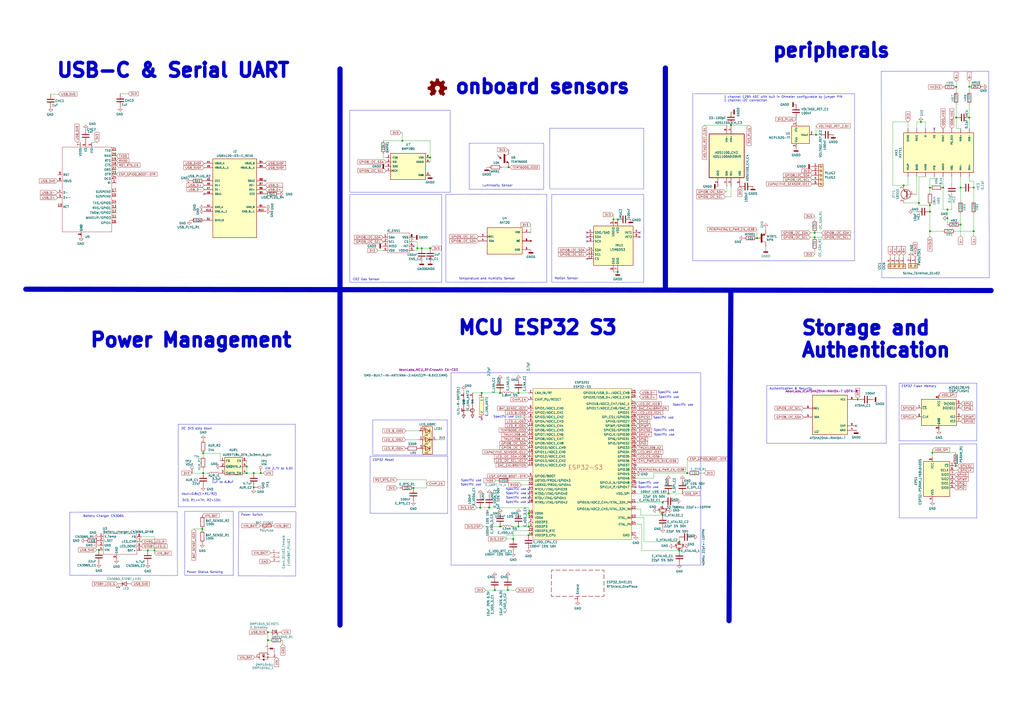
<source format=kicad_sch>
(kicad_sch (version 20230121) (generator eeschema)
  (paper "A2")
  (title_block (title "Smart DAQ Device 1Ch 12Bit ADC / I2C ") (date "2022-10-28") (rev "11-2022") (company "AeonLabs (https://github.com/aeonSolutions)"))
  (lib_symbols
    (symbol "AeonLabs_IC:ADS1100A0IDBVR" (pin_names (offset 1.016))
      (property "Reference" "U" (at -12.7 11.16 0))
      (property "Value" "ADS1100A0IDBVR" (at -11.43 -8.89 0))
      (symbol "ADS1100A0IDBVR_0_0"
        (pin input line (at -17.78 2.54 0) (length 5.08) (name "VIN+") (number "1"))
        (pin power_in line (at 17.78 -5.08 180) (length 5.08) (name "GND") (number "2"))
        (pin output line (at 17.78 2.54 180) (length 5.08) (name "SCL") (number "3"))
        (pin output line (at 17.78 0 180) (length 5.08) (name "SDA") (number "4"))
        (pin power_in line (at 17.78 7.62 180) (length 5.08) (name "VDD") (number "5"))
        (pin input line (at -17.78 0 0) (length 5.08) (name "VIN-") (number "6"))
      )
    )
    (symbol "AeonLabs_IC:CH9102F"
      (property "Reference" "U" (at 0.1778 6.8326 0))
      (symbol "CH9102F_1_1"
        (pin power_in line (at 7.0612 -22.5806 90) (length 2.54) (name "GND") (number "0"))
        (pin input line (at 27.3558 8.4836 180) (length 2.54) (name "RI") (number "1"))
        (pin output line (at -6.604 -5.334 0) (length 2.54) (name "ACT") (number "10"))
        (pin bidirectional line (at 27.4066 -11.7094 180) (length 2.54) (name "WAKEUP/GPIO3") (number "11"))
        (pin bidirectional line (at 27.4066 -8.8138 180) (length 2.54) (name "TNOW/GPIO2") (number "12"))
        (pin bidirectional line (at 27.432 -6.0706 180) (length 2.54) (name "RXS/GPIO1") (number "13"))
        (pin bidirectional line (at 27.4066 -3.2004 180) (length 2.54) (name "TXS/GPIO0") (number "14"))
        (pin output line (at 27.3304 0.6604 180) (length 2.54) (name "SUSPEND") (number "15"))
        (pin bidirectional line (at 27.3304 -14.732 180) (length 2.54) (name "GPIO4") (number "16"))
        (pin output line (at 27.3558 3.3528 180) (length 2.54) (name "SUSPEND") (number "17"))
        (pin input line (at 27.4066 18.796 180) (length 2.54) (name "CTS") (number "18"))
        (pin output line (at 27.3558 21.3868 180) (length 2.54) (name "RTS") (number "19"))
        (pin power_in line (at 7.0612 -22.5806 90) (length 2.54) (name "GND") (number "2"))
        (pin input line (at 27.3812 24.1554 180) (length 2.54) (name "RXD") (number "20"))
        (pin output line (at 27.3812 27.2796 180) (length 2.54) (name "TXD") (number "21"))
        (pin input line (at 27.3558 16.129 180) (length 2.54) (name "DRS") (number "22"))
        (pin output line (at 27.3812 13.5128 180) (length 2.54) (name "DTR") (number "23"))
        (pin input line (at 27.3812 10.8712 180) (length 2.54) (name "DCD") (number "24"))
        (pin bidirectional line (at -6.604 -0.0508 0) (length 2.54) (name "D+") (number "3"))
        (pin bidirectional line (at -6.6294 2.8448 0) (length 2.54) (name "D-") (number "4"))
        (pin power_in line (at 13.1318 31.9024 270) (length 2.54) (name "VIO") (number "5"))
        (pin power_in line (at 9.6012 31.9024 270) (length 2.54) (name "V3") (number "6"))
        (pin power_in line (at 6.5532 31.877 270) (length 2.54) (name "VDD5") (number "7"))
        (pin input line (at -6.5786 9.5758 0) (length 2.54) (name "VBUS") (number "8"))
        (pin bidirectional line (at -6.604 13.1318 0) (length 2.54) (name "RST") (number "9"))
      )
    )
    (symbol "AeonLabs_Sensors:BMP280" (pin_names (offset 1.016))
      (property "Reference" "U" (at -10.1796 7.6347 0))
      (property "Value" "BMP280" (at -10.1693 -10.1693 0))
      (symbol "BMP280_0_0"
        (pin power_in line (at 12.7 -5.08 180) (length 2.54) (name "GND") (number "1"))
        (pin input line (at -12.7 5.08 0) (length 2.54) (name "CSB") (number "2"))
        (pin bidirectional line (at -12.7 2.54 0) (length 2.54) (name "SDI") (number "3"))
        (pin input clock (at -12.7 -2.54 0) (length 2.54) (name "SCK") (number "4"))
        (pin bidirectional line (at -12.7 0 0) (length 2.54) (name "SDO") (number "5"))
        (pin power_in line (at 12.7 2.54 180) (length 2.54) (name "VDDIO") (number "6"))
        (pin power_in line (at 12.7 -5.08 180) (length 2.54) (name "GND") (number "7"))
        (pin power_in line (at 12.7 5.08 180) (length 2.54) (name "VDD") (number "8"))
      )
    )
    (symbol "AeonLabs_Sensors:ENS160_Gas_Sensor"
      (property "Reference" "IC_ENS" (at -3.81 6.35 0))
      (symbol "ENS160_Gas_Sensor_1_1"
        (pin bidirectional line (at -8.89 2.54 0) (length 2.54) (name "SDA") (number "1"))
        (pin input line (at -8.89 0 0) (length 2.54) (name "SCL") (number "2"))
        (pin bidirectional line (at -8.89 -2.54 0) (length 2.54) (name "MISO") (number "3"))
        (pin power_in line (at -8.89 -5.08 0) (length 2.54) (name "VDD") (number "4"))
        (pin power_in line (at 8.89 -5.08 180) (length 2.54) (name "VDDIO") (number "5"))
        (pin output line (at 8.89 -2.54 180) (length 2.54) (name "INT") (number "6"))
        (pin input line (at 8.89 0 180) (length 2.54) (name "CS") (number "7"))
        (pin power_out line (at 8.89 2.54 180) (length 2.54) (name "VSS") (number "8"))
        (pin power_out line (at 8.89 2.54 180) (length 2.54) (name "VSS") (number "9"))
      )
    )
    (symbol "AeonLabs_connectors:USB4120-03-C_REVA" (pin_names (offset 1.016))
      (property "Reference" "J" (at -12.7 16.002 0))
      (property "Value" "USB4120-03-C_REVA" (at -12.7 -31.242 0))
      (symbol "USB4120-03-C_REVA_0_0"
        (pin power_in line (at -17.78 -12.7 0) (length 5.08) (name "GND_A") (number "A1"))
        (pin power_in line (at -17.78 -15.24 0) (length 5.08) (name "GND_A__1") (number "A12"))
        (pin power_in line (at -17.78 12.7 0) (length 5.08) (name "VBUS_A") (number "A4"))
        (pin bidirectional line (at -17.78 2.54 0) (length 5.08) (name "CC1") (number "A5"))
        (pin bidirectional line (at -17.78 0 0) (length 5.08) (name "D1+") (number "A6"))
        (pin bidirectional line (at -17.78 -2.54 0) (length 5.08) (name "D1-") (number "A7"))
        (pin bidirectional line (at -17.78 -5.08 0) (length 5.08) (name "SBU1") (number "A8"))
        (pin power_in line (at -17.78 10.16 0) (length 5.08) (name "VBUS_A__1") (number "A9"))
        (pin power_in line (at 17.78 -12.7 180) (length 5.08) (name "GND_B") (number "B1"))
        (pin power_in line (at 17.78 -15.24 180) (length 5.08) (name "GND_B__1") (number "B12"))
        (pin power_in line (at 17.78 12.7 180) (length 5.08) (name "VBUS_B") (number "B4"))
        (pin bidirectional line (at 17.78 -5.08 180) (length 5.08) (name "CC2") (number "B5"))
        (pin bidirectional line (at 17.78 -2.54 180) (length 5.08) (name "D2+") (number "B6"))
        (pin bidirectional line (at 17.78 0 180) (length 5.08) (name "D2-") (number "B7"))
        (pin bidirectional line (at 17.78 2.54 180) (length 5.08) (name "SBU2") (number "B8"))
        (pin power_in line (at 17.78 10.16 180) (length 5.08) (name "VBUS_B__1") (number "B9"))
        (pin passive line (at -17.78 -20.32 0) (length 5.08) (name "SHIELD") (number "S1"))
      )
    )
    (symbol "Battery_Management:Battery_charger_CN3065_QFN8"
      (property "Reference" "U" (at 0 10.16 0))
      (property "Value" "Battery_charger_CN3065_QFN8" (at 1.27 8.89 0))
      (symbol "Battery_charger_CN3065_QFN8_1_1"
        (pin input line (at -12.0396 4.064 0) (length 2.54) (name "V_Temp") (number "1"))
        (pin input line (at -12.0904 1.6256 0) (length 2.54) (name "I_SET") (number "2"))
        (pin output line (at -12.0904 -1.0668 0) (length 2.54) (name "GND") (number "3"))
        (pin input line (at -12.0396 -3.7592 0) (length 2.54) (name "VIN") (number "4"))
        (pin output line (at 12.5984 -4.0132 180) (length 2.54) (name "BAT+") (number "5"))
        (pin output line (at 12.6492 -1.5748 180) (length 2.54) (name "LED_DONE") (number "6"))
        (pin output line (at 12.6492 1.1176 180) (length 2.54) (name "LED_CHR") (number "7"))
        (pin input line (at 12.5984 3.81 180) (length 2.54) (name "FB") (number "8"))
        (pin output line (at -1.8288 -8.9408 90) (length 2.54) (name "GND") (number "9"))
      )
    )
    (symbol "Connector:Conn_01x03_Female" (pin_names (offset 1.016) hide)
      (property "Reference" "J" (at 0 5.08 0))
      (property "Value" "Conn_01x03_Female" (at 0 -5.08 0))
      (symbol "Conn_01x03_Female_1_1"
        (pin passive line (at -5.08 2.54 0) (length 3.81) (name "Pin_1") (number "1"))
        (pin passive line (at -5.08 0 0) (length 3.81) (name "Pin_2") (number "2"))
        (pin passive line (at -5.08 -2.54 0) (length 3.81) (name "Pin_3") (number "3"))
      )
    )
    (symbol "Connector:Screw_Terminal_01x02" (pin_names (offset 1.016) hide)
      (property "Reference" "J" (at 0 2.54 0))
      (property "Value" "Screw_Terminal_01x02" (at 0 -5.08 0))
      (symbol "Screw_Terminal_01x02_1_1"
        (pin passive line (at -5.08 0 0) (length 3.81) (name "Pin_1") (number "1"))
        (pin passive line (at -5.08 -2.54 0) (length 3.81) (name "Pin_2") (number "2"))
      )
    )
    (symbol "Connector:Screw_Terminal_01x04" (pin_names (offset 1.016) hide)
      (property "Reference" "J" (at 0 5.08 0))
      (property "Value" "Screw_Terminal_01x04" (at 0 -7.62 0))
      (symbol "Screw_Terminal_01x04_1_1"
        (pin passive line (at -5.08 2.54 0) (length 3.81) (name "Pin_1") (number "1"))
        (pin passive line (at -5.08 0 0) (length 3.81) (name "Pin_2") (number "2"))
        (pin passive line (at -5.08 -2.54 0) (length 3.81) (name "Pin_3") (number "3"))
        (pin passive line (at -5.08 -5.08 0) (length 3.81) (name "Pin_4") (number "4"))
      )
    )
    (symbol "Connector:Screw_Terminal_01x05" (pin_names (offset 1.016) hide)
      (property "Reference" "J" (at 0 7.62 0))
      (property "Value" "Screw_Terminal_01x05" (at 0 -7.62 0))
      (symbol "Screw_Terminal_01x05_1_1"
        (pin passive line (at -5.08 5.08 0) (length 3.81) (name "Pin_1") (number "1"))
        (pin passive line (at -5.08 2.54 0) (length 3.81) (name "Pin_2") (number "2"))
        (pin passive line (at -5.08 0 0) (length 3.81) (name "Pin_3") (number "3"))
        (pin passive line (at -5.08 -2.54 0) (length 3.81) (name "Pin_4") (number "4"))
        (pin passive line (at -5.08 -5.08 0) (length 3.81) (name "Pin_5") (number "5"))
      )
    )
    (symbol "Connector:TestPoint" (pin_numbers hide) (pin_names (offset 0.762) hide)
      (property "Reference" "TP" (at 0 6.858 0))
      (property "Value" "TestPoint" (at 0 5.08 0))
      (symbol "TestPoint_1_1"
        (pin passive line (at 0 0 90) (length 2.54) (name "1") (number "1"))
      )
    )
    (symbol "Device:ATSHA204A-MAHDA-T" (pin_names (offset 1.016))
      (property "Reference" "U" (at -9.906 7.62 0))
      (property "Value" "ATSHA204A-MAHDA-T" (at -10.1854 -15.2654 0))
      (property "Footprint" "Package_SO:ATSHA204A Auth SOIC8" (at -7.112 14.478 0))
      (symbol "ATSHA204A-MAHDA-T_0_0"
        (pin power_in line (at 15.24 -10.16 180) (length 5.08) (name "GND") (number "4"))
        (pin bidirectional line (at -15.24 -2.54 0) (length 5.08) (name "SDA") (number "5"))
        (pin input clock (at -15.24 2.54 0) (length 5.08) (name "SCL") (number "6"))
        (pin power_in line (at 15.24 7.62 180) (length 5.08) (name "VCC") (number "8"))
        (pin power_in line (at 15.24 -7.62 180) (length 5.08) (name "EXP") (number "9"))
      )
    )
    (symbol "Device:C" (pin_numbers hide) (pin_names (offset 0.254))
      (property "Reference" "C" (at 0.635 2.54 0))
      (property "Value" "C" (at 0.635 -2.54 0))
      (symbol "C_1_1"
        (pin passive line (at 0 3.81 270) (length 2.794) (name "~") (number "1"))
        (pin passive line (at 0 -3.81 90) (length 2.794) (name "~") (number "2"))
      )
    )
    (symbol "Device:Crystal_GND24_Small" (pin_names (offset 1.016) hide)
      (property "Reference" "Y" (at 1.27 4.445 0))
      (property "Value" "Crystal_GND24_Small" (at 1.27 2.54 0))
      (symbol "Crystal_GND24_Small_1_1"
        (pin passive line (at -2.54 0 0) (length 1.27) (name "1") (number "1"))
        (pin passive line (at 0 -2.54 90) (length 0.635) (name "2") (number "2"))
        (pin passive line (at 2.54 0 180) (length 1.27) (name "3") (number "3"))
        (pin passive line (at 0 2.54 270) (length 0.635) (name "4") (number "4"))
      )
    )
    (symbol "Device:D_Schottky" (pin_numbers hide) (pin_names (offset 1.016) hide)
      (property "Reference" "D" (at 0 2.54 0))
      (property "Value" "D_Schottky" (at 0 -2.54 0))
      (symbol "D_Schottky_1_1"
        (pin passive line (at -3.81 0 0) (length 2.54) (name "K") (number "1"))
        (pin passive line (at 3.81 0 180) (length 2.54) (name "A") (number "2"))
      )
    )
    (symbol "Device:L" (pin_numbers hide) (pin_names (offset 1.016) hide)
      (property "Reference" "L" (at -1.27 0 90))
      (property "Value" "L" (at 1.905 0 90))
      (symbol "L_1_1"
        (pin passive line (at 0 3.81 270) (length 1.27) (name "1") (number "1"))
        (pin passive line (at 0 -3.81 90) (length 1.27) (name "2") (number "2"))
      )
    )
    (symbol "Device:LED" (pin_numbers hide) (pin_names (offset 1.016) hide)
      (property "Reference" "D" (at 0 2.54 0))
      (property "Value" "LED" (at 0 -2.54 0))
      (symbol "LED_1_1"
        (pin passive line (at -3.81 0 0) (length 2.54) (name "K") (number "1"))
        (pin passive line (at 3.81 0 180) (length 2.54) (name "A") (number "2"))
      )
    )
    (symbol "Device:LED_GBRC" (pin_names (offset 0) hide)
      (property "Reference" "D" (at 0 9.398 0))
      (property "Value" "Device_LED_GBRC" (at 0 -8.89 0))
      (symbol "LED_GBRC_0_0"
        (text "B" (at 1.905 -6.35 0) (effects (font (size 1.27 1.27))))
        (text "G" (at 1.905 -1.27 0) (effects (font (size 1.27 1.27))))
        (text "R" (at 1.905 3.81 0) (effects (font (size 1.27 1.27))))
      )
      (symbol "LED_GBRC_1_1"
        (pin passive line (at 5.08 0 180) (length 2.54) (name "GA") (number "1"))
        (pin passive line (at 5.08 -5.08 180) (length 2.54) (name "BA") (number "2"))
        (pin passive line (at 5.08 5.08 180) (length 2.54) (name "RA") (number "3"))
        (pin passive line (at -5.08 0 0) (length 2.54) (name "K") (number "4"))
      )
    )
    (symbol "Device:Polyfuse" (pin_numbers hide) (pin_names (offset 0))
      (property "Reference" "F" (at -2.54 0 90))
      (property "Value" "Polyfuse" (at 2.54 0 90))
      (symbol "Polyfuse_1_1"
        (pin passive line (at 0 3.81 270) (length 1.27) (name "~") (number "1"))
        (pin passive line (at 0 -3.81 90) (length 1.27) (name "~") (number "2"))
      )
    )
    (symbol "Device:R" (pin_numbers hide) (pin_names (offset 0))
      (property "Reference" "R" (at 2.032 0 90))
      (property "Value" "R" (at 0 0 90))
      (symbol "R_1_1"
        (pin passive line (at 0 3.81 270) (length 1.27) (name "~") (number "1"))
        (pin passive line (at 0 -3.81 90) (length 1.27) (name "~") (number "2"))
      )
    )
    (symbol "Device:RFShield_OnePiece" (pin_names (offset 1.016))
      (property "Reference" "J" (at 0 5.08 0))
      (property "Value" "RFShield_OnePiece" (at 0 2.54 0))
      (symbol "RFShield_OnePiece_1_1"
        (pin passive line (at 0 -10.16 90) (length 2.54) (name "Shield") (number "1"))
      )
    )
    (symbol "Device:SMD-BUILT-IN-ANTENNA-2.4GHZ(2P-9.5X2.1MM)" (pin_names (offset 1.016))
      (property "Reference" "ANT" (at -2.54 1.905 0))
      (property "Value" "SMD-BUILT-IN-ANTENNA-2.4GHZ(2P-9.5X2.1MM)" (at -15.24 8.89 0))
      (property "Footprint" "RF_Antenna:AN9520_ANT2-SMD-9.5X2.1X1.0MM" (at -7.62 5.08 0))
      (symbol "SMD-BUILT-IN-ANTENNA-2.4GHZ(2P-9.5X2.1MM)_0_0"
        (pin bidirectional line (at -7.62 0 0) (length 2.54) (name "1") (number "1"))
        (pin bidirectional line (at 7.62 0 180) (length 2.54) (name "2") (number "2"))
      )
    )
    (symbol "Espressif:ESP32-S3" (pin_names (offset 1.016))
      (property "Reference" "U" (at 0 46.99 0))
      (property "Value" "ESP32-S3" (at 0 -43.18 0))
      (symbol "ESP32-S3_0_0"
        (text "ESP32-S3" (at 1.27 0 0) (effects (font (size 2.54 2.54))))
        (pin bidirectional line (at 30.48 -8.89 180) (length 2.54) (name "SPICLK_N/GPIO48") (number "36"))
        (pin bidirectional line (at 30.48 -11.43 180) (length 2.54) (name "SPICLK_P/GPIO47") (number "37"))
      )
      (symbol "ESP32-S3_1_1"
        (pin bidirectional line (at -31.75 43.18 0) (length 2.54) (name "LNA_IN/RF") (number "1"))
        (pin bidirectional line (at -31.75 24.13 0) (length 2.54) (name "GPIO5/ADC1_CH4") (number "10"))
        (pin bidirectional line (at -31.75 21.59 0) (length 2.54) (name "GPIO6/ADC1_CH5") (number "11"))
        (pin bidirectional line (at -31.75 19.05 0) (length 2.54) (name "GPIO7/ADC1_CH6") (number "12"))
        (pin bidirectional line (at -31.75 16.51 0) (length 2.54) (name "GPIO8/ADC1_CH7") (number "13"))
        (pin bidirectional line (at -31.75 13.97 0) (length 2.54) (name "GPIO9/ADC1_CH8") (number "14"))
        (pin bidirectional line (at -31.75 11.43 0) (length 2.54) (name "GPIO10/ADC1_CH9") (number "15"))
        (pin bidirectional line (at -31.75 8.89 0) (length 2.54) (name "GPIO11/ADC2_CH0") (number "16"))
        (pin bidirectional line (at -31.75 6.35 0) (length 2.54) (name "GPIO12/ADC2_CH1") (number "17"))
        (pin bidirectional line (at -31.75 3.81 0) (length 2.54) (name "GPIO13/ADC2_CH2") (number "18"))
        (pin bidirectional line (at -31.75 1.27 0) (length 2.54) (name "GPIO14/ADC2_CH3") (number "19"))
        (pin power_in line (at -31.75 -31.75 0) (length 2.54) (name "VDD3P3") (number "2"))
        (pin power_in line (at -31.75 -36.83 0) (length 2.54) (name "VDD3P3_RTC") (number "20"))
        (pin input clock (at 30.48 -20.32 180) (length 2.54) (name "GPIO15/ADC2_CH4/XTAL_32K_P") (number "21"))
        (pin output clock (at 30.48 -24.13 180) (length 2.54) (name "GPIO16/ADC2_CH5/XTAL_32K_N") (number "22"))
        (pin bidirectional line (at 30.48 34.29 180) (length 2.54) (name "GPIO17/ADC2_CH6/DAC_2") (number "23"))
        (pin bidirectional line (at 30.48 36.83 180) (length 2.54) (name "GPIO18/ADC2_CH7/DAC_1") (number "24"))
        (pin bidirectional line (at 30.48 43.18 180) (length 2.54) (name "GPIO19/USB_D-/ADC2_CH8") (number "25"))
        (pin bidirectional line (at 30.48 40.64 180) (length 2.54) (name "GPIO20/USB_D+/ADC2_CH9") (number "26"))
        (pin bidirectional line (at 30.48 31.75 180) (length 2.54) (name "GPIO21") (number "27"))
        (pin bidirectional line (at 30.48 29.21 180) (length 2.54) (name "SPI_CS1/GPIO26") (number "28"))
        (pin power_out line (at 30.48 -15.24 180) (length 2.54) (name "VDD_SPI") (number "29"))
        (pin power_in line (at -31.75 -34.29 0) (length 2.54) (name "VDD3P3") (number "3"))
        (pin bidirectional line (at 30.48 26.67 180) (length 2.54) (name "SPIHD/GPIO27") (number "30"))
        (pin bidirectional line (at 30.48 24.13 180) (length 2.54) (name "SPIWP/GPIO28") (number "31"))
        (pin bidirectional line (at 30.48 21.59 180) (length 2.54) (name "SPICS0/GPIO29") (number "32"))
        (pin bidirectional line (at 30.48 19.05 180) (length 2.54) (name "SPICLK/GPIO30") (number "33"))
        (pin bidirectional line (at 30.48 16.51 180) (length 2.54) (name "SPIQ/GPIO31") (number "34"))
        (pin bidirectional line (at 30.48 13.97 180) (length 2.54) (name "SPID/GPIO32") (number "35"))
        (pin bidirectional line (at 30.48 11.43 180) (length 2.54) (name "GPIO33") (number "38"))
        (pin bidirectional line (at 30.48 8.89 180) (length 2.54) (name "GPIO34") (number "39"))
        (pin input line (at -31.75 39.37 0) (length 2.54) (name "CHIP_PU/RESET") (number "4"))
        (pin bidirectional line (at 30.48 6.35 180) (length 2.54) (name "GPIO35") (number "40"))
        (pin bidirectional line (at 30.48 3.81 180) (length 2.54) (name "GPIO36") (number "41"))
        (pin bidirectional line (at 30.48 1.27 180) (length 2.54) (name "GPIO37") (number "42"))
        (pin bidirectional line (at 30.48 -1.27 180) (length 2.54) (name "GPIO38") (number "43"))
        (pin bidirectional line (at -31.75 -12.7 0) (length 2.54) (name "MTCK/JTAG/GPIO39") (number "44"))
        (pin bidirectional line (at -31.75 -15.24 0) (length 2.54) (name "MTDO/JTAG/GPIO40") (number "45"))
        (pin power_in line (at -31.75 -39.37 0) (length 2.54) (name "VDD3P3_CPU") (number "46"))
        (pin bidirectional line (at -31.75 -17.78 0) (length 2.54) (name "MTDI/JTAG/GPIO41") (number "47"))
        (pin bidirectional line (at -31.75 -20.32 0) (length 2.54) (name "MTMS/JTAG/GPIO42") (number "48"))
        (pin bidirectional line (at -31.75 -7.62 0) (length 2.54) (name "U0TXD/PROG/GPIO43") (number "49"))
        (pin bidirectional line (at -31.75 -5.08 0) (length 2.54) (name "GPIO0/BOOT") (number "5"))
        (pin bidirectional line (at -31.75 -10.16 0) (length 2.54) (name "U0RXD/PROG/GPIO44") (number "50"))
        (pin bidirectional line (at 30.48 -3.81 180) (length 2.54) (name "GPIO45") (number "51"))
        (pin bidirectional line (at 30.48 -6.35 180) (length 2.54) (name "GPIO46") (number "52"))
        (pin input clock (at 30.48 -29.21 180) (length 2.54) (name "XTAL_N") (number "53"))
        (pin output clock (at 30.48 -33.02 180) (length 2.54) (name "XTAL_P") (number "54"))
        (pin power_in line (at -31.75 -26.67 0) (length 2.54) (name "VDDA") (number "55"))
        (pin power_in line (at -31.75 -29.21 0) (length 2.54) (name "VDDA") (number "56"))
        (pin power_in line (at 30.48 -39.37 180) (length 2.54) (name "GND") (number "57"))
        (pin bidirectional line (at -31.75 34.29 0) (length 2.54) (name "GPIO1/ADC1_CH0") (number "6"))
        (pin bidirectional line (at -31.75 31.75 0) (length 2.54) (name "GPIO2/ADC1_CH1") (number "7"))
        (pin bidirectional line (at -31.75 29.21 0) (length 2.54) (name "GPIO3/ADC1_CH2") (number "8"))
        (pin bidirectional line (at -31.75 26.67 0) (length 2.54) (name "GPIO4/ADC1_CH3") (number "9"))
      )
    )
    (symbol "Graphic:Logo_Open_Hardware_Small" (pin_names (offset 1.016)))
    (symbol "HX711:HX711" (pin_numbers hide) (pin_names (offset 1.016))
      (property "Reference" "U" (at -12.7 21.082 0))
      (property "Value" "HX711_HX711" (at -12.7 -21.082 0))
      (symbol "HX711_0_0"
        (pin bidirectional line (at -15.24 17.78 0) (length 2.54) (name "VSUP") (number "1"))
        (pin bidirectional line (at 12.7 -12.7 180) (length 2.54) (name "INB+") (number "10"))
        (pin bidirectional line (at 12.7 -7.62 180) (length 2.54) (name "PD_SCK") (number "11"))
        (pin bidirectional line (at 12.7 -2.54 180) (length 2.54) (name "DOUT") (number "12"))
        (pin bidirectional line (at 12.7 2.54 180) (length 2.54) (name "XO") (number "13"))
        (pin bidirectional line (at 12.7 7.62 180) (length 2.54) (name "XI") (number "14"))
        (pin bidirectional line (at 12.7 12.7 180) (length 2.54) (name "RATE") (number "15"))
        (pin bidirectional line (at 12.7 17.78 180) (length 2.54) (name "DVDD") (number "16"))
        (pin bidirectional line (at -15.24 12.7 0) (length 2.54) (name "BASE") (number "2"))
        (pin bidirectional line (at -15.24 7.62 0) (length 2.54) (name "AVDD") (number "3"))
        (pin bidirectional line (at -15.24 2.54 0) (length 2.54) (name "VFB") (number "4"))
        (pin bidirectional line (at -15.24 -2.54 0) (length 2.54) (name "AGND") (number "5"))
        (pin bidirectional line (at -15.24 -7.62 0) (length 2.54) (name "VBG") (number "6"))
        (pin bidirectional line (at -15.24 -12.7 0) (length 2.54) (name "INA-") (number "7"))
        (pin bidirectional line (at -15.24 -17.78 0) (length 2.54) (name "INA+") (number "8"))
        (pin bidirectional line (at 12.7 -17.78 180) (length 2.54) (name "INB-") (number "9"))
      )
    )
    (symbol "MMBT2907A:MMBT2907A" (pin_numbers hide) (pin_names (offset 1.016) hide)
      (property "Reference" "Q" (at -10.1854 5.1054 0))
      (property "Value" "MMBT2907A_MMBT2907A" (at -10.16 -7.62 0))
      (symbol "MMBT2907A_0_0"
        (pin passive line (at -2.54 0 0) (length 2.54) (name "~") (number "1"))
        (pin passive line (at 2.54 5.08 270) (length 2.54) (name "~") (number "2"))
        (pin passive line (at 2.54 -5.08 90) (length 2.54) (name "~") (number "3"))
      )
    )
    (symbol "Memory_Flash:SPI_Flash_W25Q128JVS"
      (property "Reference" "ESP_FLASH1" (at -12.7 11.43 0))
      (property "Value" "W25Q128JVS" (at -14.478 9.398 0))
      (symbol "SPI_Flash_W25Q128JVS_1_1"
        (pin input line (at -12.7 2.54 0) (length 2.54) (name "~{CS}") (number "1"))
        (pin bidirectional line (at 12.7 2.54 180) (length 2.54) (name "DO(IO1)") (number "2"))
        (pin bidirectional line (at 12.7 -2.54 180) (length 2.54) (name "IO2") (number "3"))
        (pin power_in line (at 0 -10.16 90) (length 2.54) (name "GND") (number "4"))
        (pin bidirectional line (at 12.7 5.08 180) (length 2.54) (name "DI(IO0)") (number "5"))
        (pin input line (at -12.7 -2.54 0) (length 2.54) (name "CLK") (number "6"))
        (pin bidirectional line (at 12.7 -5.08 180) (length 2.54) (name "IO3") (number "7"))
        (pin power_in line (at 0 10.16 270) (length 2.54) (name "VCC") (number "8"))
        (pin power_in line (at 0 -10.16 90) (length 2.54) (name "GND") (number "9"))
      )
    )
    (symbol "Memory_RAM:ESP32-PSRAM_LY68L6400S"
      (property "Reference" "EPS" (at -5.08 0.508 0))
      (property "Value" "ESP32-PSRAM_LY68L6400S" (at -12.192 23.368 0))
      (symbol "ESP32-PSRAM_LY68L6400S_1_1"
        (pin input line (at 10.16 7.62 180) (length 2.54) (name "~{CE}") (number "1"))
        (pin input line (at 10.16 -2.54 180) (length 2.54) (name "SIO1") (number "2"))
        (pin bidirectional line (at 10.16 0 180) (length 2.54) (name "SIO2") (number "3"))
        (pin power_in line (at -2.54 -12.7 90) (length 2.54) (name "VSS") (number "4"))
        (pin output line (at 10.16 -5.08 180) (length 2.54) (name "SiO0") (number "5"))
        (pin output line (at 10.16 5.08 180) (length 2.54) (name "SCLK") (number "6"))
        (pin bidirectional line (at 10.16 2.54 180) (length 2.54) (name "SIO3") (number "7"))
        (pin power_in line (at -2.54 12.7 270) (length 2.54) (name "VCC") (number "8"))
      )
    )
    (symbol "Power_Management:ST01S09_AUR9718x_DFN_3x3mm_6_pin"
      (property "Reference" "AU1" (at -2.54 10.033 0))
      (property "Value" "AUR9718x_DFN_3x3mm_6_pin" (at -2.54 7.493 0))
      (symbol "ST01S09_AUR9718x_DFN_3x3mm_6_pin_1_1"
        (pin input line (at -10.16 3.048 0) (length 2.54) (name "FB") (number "1"))
        (pin output line (at -10.16 -0.254 0) (length 2.54) (name "GND") (number "2"))
        (pin bidirectional line (at -10.16 -4.064 0) (length 2.54) (name "SW") (number "3"))
        (pin input line (at 5.08 -4.064 180) (length 2.54) (name "VIN_SW") (number "4"))
        (pin power_out line (at 5.08 -0.254 180) (length 2.54) (name "VIN_A") (number "5"))
        (pin power_in line (at 5.08 3.048 180) (length 2.54) (name "EN") (number "6"))
        (pin output line (at -10.16 -0.254 0) (length 2.54) (name "GND") (number "7"))
      )
    )
    (symbol "RF:U.FL-R-SMT(01)" (pin_names (offset 1.016))
      (property "Reference" "J" (at -3.81 4.064 0))
      (property "Value" "U.FL-R-SMT(01)" (at -4.318 -5.588 0))
      (symbol "U.FL-R-SMT(01)_0_0"
        (pin passive line (at -10.16 -2.54 0) (length 2.54) (name "GND") (number "1"))
        (pin passive line (at -10.16 -2.54 0) (length 2.54) (name "GND") (number "2"))
        (pin passive line (at -10.16 2.54 0) (length 2.54) (name "SIG") (number "3"))
      )
    )
    (symbol "Reference_Voltage:MCP1525-TT"
      (property "Reference" "U" (at 1.27 8.255 0))
      (property "Value" "MCP1525-TT" (at 1.27 6.35 0))
      (symbol "MCP1525-TT_1_1"
        (pin power_in line (at 0 7.62 270) (length 2.54) (name "Vin") (number "1"))
        (pin power_out line (at 10.16 0 180) (length 2.54) (name "Vout") (number "2"))
        (pin power_in line (at 0 -7.62 90) (length 2.54) (name "Vss") (number "3"))
      )
    )
    (symbol "Sensor:AHT20" (pin_names (offset 1.016))
      (property "Reference" "U" (at -10.16 8.509 0))
      (property "Value" "AHT20" (at -10.16 -10.16 0))
      (symbol "AHT20_0_0"
        (pin no_connect line (at 15.24 0 180) (length 5.08) (name "NC") (number "1"))
        (pin power_in line (at 15.24 5.08 180) (length 5.08) (name "VDD") (number "2"))
        (pin input clock (at -15.24 2.54 0) (length 5.08) (name "SCL") (number "3"))
        (pin bidirectional line (at -15.24 0 0) (length 5.08) (name "SDA") (number "4"))
        (pin power_in line (at 15.24 -5.08 180) (length 5.08) (name "GND") (number "5"))
        (pin no_connect line (at 15.24 0 180) (length 5.08) (name "NC") (number "6"))
      )
    )
    (symbol "Sensor_Motion:LSM6DS3"
      (property "Reference" "U" (at -11.43 15.24 0))
      (property "Value" "LSM6DS3" (at -11.43 12.7 0))
      (symbol "LSM6DS3_1_1"
        (pin bidirectional line (at -15.24 7.62 0) (length 3.81) (name "SDO/SA0") (number "1"))
        (pin no_connect line (at 10.16 -5.08 180) (length 3.81) hide (name "NC") (number "10"))
        (pin no_connect line (at 10.16 -2.54 180) (length 3.81) hide (name "NC") (number "11"))
        (pin input line (at -15.24 -7.62 0) (length 3.81) (name "CS") (number "12"))
        (pin input line (at -15.24 -5.08 0) (length 3.81) (name "SCL") (number "13"))
        (pin bidirectional line (at -15.24 -2.54 0) (length 3.81) (name "SDA") (number "14"))
        (pin bidirectional line (at -15.24 5.08 0) (length 3.81) (name "SDX") (number "2"))
        (pin input line (at -15.24 2.54 0) (length 3.81) (name "SCX") (number "3"))
        (pin output line (at 15.24 7.62 180) (length 3.81) (name "INT1") (number "4"))
        (pin power_in line (at 0 15.24 270) (length 3.81) (name "VDDIO") (number "5"))
        (pin power_in line (at 0 -15.24 90) (length 3.81) (name "GND") (number "6"))
        (pin power_in line (at 2.54 -15.24 90) (length 3.81) (name "GND") (number "7"))
        (pin power_in line (at 2.54 15.24 270) (length 3.81) (name "VDD") (number "8"))
        (pin output line (at 15.24 5.08 180) (length 3.81) (name "INT2") (number "9"))
      )
    )
    (symbol "TEMT6000_1" (pin_numbers hide) (pin_names (offset 1.016) hide)
      (property "Reference" "U" (at 5.08 2.54 0))
      (property "Value" "TEMT6000" (at 5.08 -5.08 0))
      (symbol "TEMT6000_1_0_0"
        (pin passive line (at 2.54 5.08 270) (length 2.54) (name "~") (number "COLLECTOR"))
        (pin passive line (at 2.54 -5.08 90) (length 2.54) (name "~") (number "EMITTER"))
      )
    )
    (symbol "Transistor_BJT:BC807" (pin_names (offset 0) hide)
      (property "Reference" "Q" (at 5.08 1.905 0))
      (property "Value" "BC807" (at 5.08 0 0))
      (symbol "BC807_1_1"
        (pin input line (at -5.08 0 0) (length 5.715) (name "B") (number "1"))
        (pin passive line (at 2.54 -5.08 90) (length 2.54) (name "E") (number "2"))
        (pin passive line (at 2.54 5.08 270) (length 2.54) (name "C") (number "3"))
      )
    )
    (symbol "Transistor_FET:DMP1045U" (pin_names (offset 1.016))
      (property "Reference" "Q" (at -10.16 7.62 0))
      (property "Value" "DMP1045U" (at -10.16 -7.62 0))
      (symbol "DMP1045U_0_0"
        (pin passive line (at -5.08 2.54 0) (length 2.54) (name "~") (number "1"))
        (pin passive line (at 2.54 7.62 270) (length 2.54) (name "~") (number "2"))
        (pin passive line (at 2.54 -5.08 90) (length 2.54) (name "~") (number "3"))
      )
    )
    (symbol "power:GND" (power) (pin_names (offset 0))
      (property "Value" "GND" (at 0 -3.81 0))
      (symbol "GND_1_1"
        (pin power_in line (at 0 0 270) (length 0) hide (name "GND") (number "1"))
      )
    )
    (symbol "power:GNDD" (power) (pin_names (offset 0))
      (property "Value" "GNDD" (at 0 -3.175 0))
      (symbol "GNDD_1_1"
        (pin power_in line (at 0 0 270) (length 0) hide (name "GNDD") (number "1"))
      )
    )
  )
  (junction (at 539.4198 108.839))
  (junction (at 294.6146 342.3158))
  (junction (at 244.6274 143.9926))
  (junction (at 279.4254 227.9396))
  (junction (at 387.7564 286.3596))
  (junction (at 384.4544 291.4396))
  (junction (at 233.3752 81.6356))
  (junction (at 283.7434 294.4876))
  (junction (at 539.4198 122.809))
  (junction (at 524.1798 107.569))
  (junction (at 306.6034 305.4096))
  (junction (at 295.021 97.028))
  (junction (at 539.4198 134.112))
  (junction (at 539.4198 118.999))
  (junction (at 534.2128 70.739))
  (junction (at 155.3972 366.7252))
  (junction (at 540.8422 262.6106))
  (junction (at 424.053 72.6186))
  (junction (at 286.9946 342.3158))
  (junction (at 358.3178 127.2794))
  (junction (at 533.0698 117.729))
  (junction (at 117.348 306.832))
  (junction (at 554.6598 68.199))
  (junction (at 306.6034 297.7896))
  (junction (at 249.4788 91.4146))
  (junction (at 562.2798 50.292))
  (junction (at 155.3972 371.348))
  (junction (at 473.3544 78.2066))
  (junction (at 549.5798 126.619))
  (junction (at 249.5042 143.9926))
  (junction (at 439.1152 138.1252))
  (junction (at 290.0934 227.9396))
  (junction (at 147.193 282.702))
  (junction (at 117.856 262.89))
  (junction (at 89.6366 319.278))
  (junction (at 394.1064 319.3796))
  (junction (at 564.8198 108.839))
  (junction (at 497.5352 231.7496))
  (junction (at 547.0398 108.839))
  (junction (at 554.4312 270.2306))
  (junction (at 384.4544 298.8056))
  (junction (at 557.1998 130.302))
  (junction (at 278.5618 294.4876))
  (junction (at 306.6034 310.4896))
  (junction (at 151.257 274.447))
  (junction (at 472.567 135.0772))
  (junction (at 297.7134 312.6486))
  (junction (at 290.0934 305.4096))
  (junction (at 358.3432 157.7594))
  (junction (at 355.8032 127.2794))
  (junction (at 562.2798 68.199))
  (junction (at 57.3786 319.024))
  (junction (at 300.7614 305.4096))
  (junction (at 549.5798 121.539))
  (junction (at 239.8014 283.0576))
  (junction (at 143.129 270.637))
  (junction (at 85.6996 319.278))
  (junction (at 394.1064 314.2996))
  (junction (at 242.0874 143.9926))
  (junction (at 557.1998 108.839))
  (junction (at 398.6022 274.4216))
  (junction (at 117.856 274.447))
  (junction (at 564.8198 134.112))
  (junction (at 147.193 274.447))
  (junction (at 472.567 137.6172))
  (junction (at 554.6598 50.419))
  (junction (at 143.129 274.447))
  (junction (at 300.7614 227.9396))
  (no_connect (at 240.0554 142.7734))
  (no_connect (at 340.5632 137.4394))
  (no_connect (at 118.4148 112.4966))
  (no_connect (at 368.8334 282.5496))
  (no_connect (at 371.0432 134.8994))
  (no_connect (at 371.0432 137.4394))
  (no_connect (at 306.6034 291.4396))
  (no_connect (at 340.5632 139.9794))
  (no_connect (at 306.6034 286.3596))
  (no_connect (at 306.6034 283.8196))
  (no_connect (at 541.9598 74.549))
  (no_connect (at 368.8334 269.8496))
  (no_connect (at 368.8334 280.0096))
  (no_connect (at 496.6462 246.9896))
  (no_connect (at 306.6034 288.8996))
  (no_connect (at 340.5632 134.8994))
  (no_connect (at 153.9748 104.8766))
  (no_connect (at 340.5632 150.1394))
  (no_connect (at 279.4508 243.205))
  (polyline (pts (xy 566.6232 257.5306) (xy 521.6652 257.5306)))
  (wire (pts (xy 472.567 137.6172) (xy 476.631 137.6172)))
  (wire (pts (xy 274.0914 227.9396) (xy 279.4254 227.9396)))
  (wire (pts (xy 536.8798 74.549) (xy 536.8798 70.739)))
  (wire (pts (xy 517.8298 107.569) (xy 517.8298 70.739)))
  (polyline (pts (xy 107.188 296.672) (xy 107.188 333.756)))
  (wire (pts (xy 306.6034 307.9496) (xy 297.7134 307.9496)))
  (polyline (pts (xy 258.6736 163.6268) (xy 258.6736 112.6998)))
  (wire (pts (xy 147.193 274.447) (xy 151.257 274.447)))
  (wire (pts (xy 358.3432 127.2794) (xy 358.3178 127.2794)))
  (wire (pts (xy 554.6598 68.199) (xy 554.6598 60.579)))
  (polyline (pts (xy 373.4562 112.8014) (xy 373.4562 163.7284)))
  (polyline (pts (xy 259.6134 264.6426) (xy 259.6134 297.7896)))
  (wire (pts (xy 233.3752 81.6356) (xy 249.4788 81.6356)))
  (wire (pts (xy 529.7678 122.809) (xy 531.7998 122.809)))
  (polyline (pts (xy 514.0452 223.6216) (xy 514.0452 257.1496)))
  (wire (pts (xy 164.084 373.7356) (xy 164.084 371.348)))
  (polyline (pts (xy 401.828 54.3306) (xy 401.828 151.3078)))
  (polyline (pts (xy 318.9732 74.3204) (xy 318.9732 74.4474)))
  (wire (pts (xy 533.0698 117.729) (xy 524.1798 117.729)))
  (wire (pts (xy 294.513 86.868) (xy 295.021 86.868)))
  (wire (pts (xy 557.1998 108.839) (xy 557.1998 116.459)))
  (wire (pts (xy 384.4544 290.8046) (xy 384.4544 291.4396)))
  (wire (pts (xy 300.7614 305.4096) (xy 306.6034 305.4096)))
  (polyline (pts (xy 521.5382 222.2246) (xy 566.6232 222.2246)))
  (wire (pts (xy 557.1998 124.079) (xy 557.1998 130.302)))
  (wire (pts (xy 306.6034 294.4876) (xy 306.6034 297.7896)))
  (wire (pts (xy 562.2798 102.489) (xy 562.2798 105.029)))
  (wire (pts (xy 557.1998 130.302) (xy 557.1998 136.779)))
  (wire (pts (xy 533.0698 118.999) (xy 533.0698 117.729)))
  (wire (pts (xy 82.0166 319.278) (xy 85.6996 319.278)))
  (polyline (pts (xy 401.828 151.3078) (xy 495.681 151.3078)))
  (polyline (pts (xy 320.1162 163.7284) (xy 320.1162 112.8014)))
  (wire (pts (xy 242.9764 249.9614) (xy 235.4834 249.9614)))
  (wire (pts (xy 518.9728 148.082) (xy 518.9728 149.352)))
  (wire (pts (xy 421.513 108.1786) (xy 421.513 111.252)))
  (wire (pts (xy 242.0874 143.9926) (xy 244.6274 143.9926)))
  (wire (pts (xy 371.6274 295.2496) (xy 368.8334 295.2496)))
  (polyline (pts (xy 320.1162 112.8014) (xy 373.4562 112.8014)))
  (wire (pts (xy 281.6606 342.3158) (xy 286.9946 342.3158)))
  (wire (pts (xy 540.8422 262.6106) (xy 540.8422 265.1506)))
  (polyline (pts (xy 40.4876 297.0784) (xy 40.5638 333.7052)))
  (wire (pts (xy 475.7674 78.2066) (xy 473.3544 78.2066)))
  (polyline (pts (xy 318.9732 109.6264) (xy 373.4562 109.6264)))
  (wire (pts (xy 470.154 137.6172) (xy 472.567 137.6172)))
  (wire (pts (xy 549.5798 130.302) (xy 549.5798 126.619)))
  (polyline (pts (xy 138.43 296.926) (xy 171.704 296.926)))
  (wire (pts (xy 521.5128 148.082) (xy 521.5128 149.352)))
  (wire (pts (xy 44.704 82.7024) (xy 46.6344 82.7024)))
  (wire (pts (xy 85.6996 319.278) (xy 89.6366 319.278)))
  (wire (pts (xy 117.348 306.832) (xy 117.348 307.467)))
  (wire (pts (xy 249.5042 143.9672) (xy 249.5042 143.9926)))
  (polyline (pts (xy 373.4562 74.4474) (xy 318.9732 74.4474)))
  (wire (pts (xy 549.5798 121.539) (xy 552.1198 121.539)))
  (polyline (pts (xy 258.6736 163.6268) (xy 317.1952 163.7284)))
  (wire (pts (xy 497.5352 231.7496) (xy 498.5004 231.7496)))
  (wire (pts (xy 293.7764 312.6486) (xy 293.7764 310.4896)))
  (wire (pts (xy 69.7738 54.4068) (xy 74.3204 54.4068)))
  (polyline (pts (xy 216.3064 263.9314) (xy 259.4864 263.9314)))
  (wire (pts (xy 291.211 97.028) (xy 295.021 97.028)))
  (polyline (pts (xy 272.161 83.058) (xy 315.341 83.058)))
  (polyline (pts (xy 202.8952 163.6522) (xy 256.2352 163.6522)))
  (wire (pts (xy 424.053 108.1786) (xy 424.053 114.173)))
  (wire (pts (xy 109.8296 127.7874) (xy 109.8296 127.7366)))
  (wire (pts (xy 155.3972 366.7252) (xy 155.3972 371.348)))
  (wire (pts (xy 283.591 97.028) (xy 282.321 97.028)))
  (wire (pts (xy 297.7134 227.9396) (xy 300.7614 227.9396)))
  (wire (pts (xy 526.7198 74.549) (xy 526.7198 70.739)))
  (wire (pts (xy 297.7134 307.9496) (xy 297.7134 312.6486)))
  (polyline (pts (xy 103.378 294.005) (xy 103.378 246.126)))
  (polyline (pts (xy 423.9514 168.5036) (xy 422.91 360.045)) (stroke (width 3)))
  (polyline (pts (xy 406.4254 216.2556) (xy 406.4254 327.7616)))
  (wire (pts (xy 439.1152 133.0452) (xy 439.1152 138.1252)))
  (wire (pts (xy 472.567 135.0772) (xy 476.631 135.0772)))
  (wire (pts (xy 278.5618 294.5384) (xy 278.5618 294.4876)))
  (wire (pts (xy 358.3432 157.7594) (xy 355.8032 157.7594)))
  (wire (pts (xy 554.4312 270.2306) (xy 555.4472 270.2306)))
  (wire (pts (xy 541.9598 102.489) (xy 541.9598 103.759)))
  (wire (pts (xy 240.0554 145.3134) (xy 242.0874 145.3134)))
  (wire (pts (xy 539.4198 137.16) (xy 539.4198 134.112)))
  (wire (pts (xy 394.1064 311.5056) (xy 394.1064 314.2996)))
  (wire (pts (xy 554.6598 74.549) (xy 554.6598 68.199)))
  (wire (pts (xy 302.4124 281.2796) (xy 306.6034 281.2796)))
  (wire (pts (xy 564.8198 108.839) (xy 564.8198 116.459)))
  (wire (pts (xy 539.4198 122.809) (xy 539.4198 118.999)))
  (wire (pts (xy 394.1064 314.2996) (xy 373.5324 314.2996)))
  (polyline (pts (xy 521.6652 257.5306) (xy 521.6652 258.8006)))
  (wire (pts (xy 372.2624 304.1396) (xy 368.8334 304.1396)))
  (polyline (pts (xy 216.3064 243.6114) (xy 216.3064 263.9314)))
  (wire (pts (xy 112.395 306.832) (xy 117.348 306.832)))
  (wire (pts (xy 554.6598 50.419) (xy 554.6598 47.244)))
  (wire (pts (xy 283.7434 294.4876) (xy 278.5618 294.4876)))
  (polyline (pts (xy 315.341 109.728) (xy 272.161 109.728)))
  (wire (pts (xy 283.7434 294.4876) (xy 306.6034 294.4876)))
  (polyline (pts (xy 214.6554 264.6426) (xy 259.6134 264.6426)))
  (wire (pts (xy 531.7998 74.549) (xy 531.7998 70.739)))
  (wire (pts (xy 147.193 283.591) (xy 147.193 282.702)))
  (polyline (pts (xy 102.7684 296.8498) (xy 40.4876 297.0784)))
  (wire (pts (xy 242.0874 140.2334) (xy 242.0874 143.9926)))
  (wire (pts (xy 384.4544 306.4256) (xy 384.4544 306.2986)))
  (wire (pts (xy 539.4198 134.112) (xy 539.4198 122.809)))
  (wire (pts (xy 306.6034 297.7896) (xy 306.6034 300.3296)))
  (wire (pts (xy 249.5042 143.9926) (xy 249.9614 143.9926)))
  (wire (pts (xy 533.0698 102.489) (xy 533.0698 117.729)))
  (polyline (pts (xy 135.382 333.756) (xy 107.188 333.756)))
  (wire (pts (xy 564.8198 124.079) (xy 564.8198 134.112)))
  (wire (pts (xy 526.7198 107.569) (xy 524.1798 107.569)))
  (wire (pts (xy 278.5618 294.4368) (xy 278.5618 294.4876)))
  (wire (pts (xy 117.856 262.89) (xy 117.856 264.541)))
  (wire (pts (xy 294.6146 342.3158) (xy 298.9072 342.3158)))
  (wire (pts (xy 524.1798 107.569) (xy 517.8298 107.569)))
  (wire (pts (xy 531.7998 70.739) (xy 534.2128 70.739)))
  (polyline (pts (xy 256.2352 112.7252) (xy 256.2352 163.6522)))
  (polyline (pts (xy 317.1952 112.8014) (xy 317.1952 163.7284)))
  (polyline (pts (xy 138.2522 334.0608) (xy 171.45 334.137)))
  (wire (pts (xy 155.3972 366.6744) (xy 155.3972 366.7252)))
  (wire (pts (xy 420.7256 114.173) (xy 424.053 114.173)))
  (wire (pts (xy 155.3972 371.348) (xy 155.3972 373.6848)))
  (polyline (pts (xy 259.4864 243.6114) (xy 216.3064 243.6114)))
  (polyline (pts (xy 315.341 109.728) (xy 315.341 83.058)))
  (wire (pts (xy 230.4034 278.3586) (xy 247.4214 278.3586)))
  (wire (pts (xy 424.053 72.6186) (xy 434.4924 72.6186)))
  (polyline (pts (xy 14.986 167.767) (xy 574.929 168.529)) (stroke (width 3)))
  (wire (pts (xy 387.7564 286.3596) (xy 395.8844 286.3596)))
  (wire (pts (xy 358.3178 127.2794) (xy 355.8032 127.2794)))
  (wire (pts (xy 372.2624 319.3796) (xy 394.1064 319.3796)))
  (wire (pts (xy 247.4214 283.0576) (xy 239.8014 283.0576)))
  (wire (pts (xy 384.4544 298.8056) (xy 371.6274 298.8056)))
  (wire (pts (xy 151.257 274.447) (xy 152.781 274.447)))
  (polyline (pts (xy 103.378 246.126) (xy 171.323 246.126)))
  (wire (pts (xy 379.1204 274.4216) (xy 398.6022 274.4216)))
  (polyline (pts (xy 259.7404 297.6626) (xy 214.6554 297.6626)))
  (wire (pts (xy 242.0874 143.9926) (xy 242.0874 145.3134)))
  (wire (pts (xy 373.5324 300.3296) (xy 373.5324 314.2996)))
  (polyline (pts (xy 197.231 40.005) (xy 197.231 362.585)) (stroke (width 3)))
  (wire (pts (xy 143.129 267.335) (xy 143.129 270.637)))
  (wire (pts (xy 247.4214 278.3586) (xy 247.4214 283.0576)))
  (wire (pts (xy 305.7144 241.9096) (xy 306.6034 241.9096)))
  (wire (pts (xy 531.7998 102.489) (xy 531.7998 112.649)))
  (wire (pts (xy 540.8422 262.6106) (xy 554.4312 262.6106)))
  (polyline (pts (xy 573.8368 161.163) (xy 573.4558 41.275)))
  (polyline (pts (xy 385.9784 39.4462) (xy 385.9784 167.9956)) (stroke (width 3)))
  (wire (pts (xy 249.4788 81.6356) (xy 249.4788 91.4146)))
  (polyline (pts (xy 318.9732 74.4474) (xy 318.9732 109.6264)))
  (wire (pts (xy 547.0398 102.489) (xy 547.0398 108.839)))
  (wire (pts (xy 249.5296 143.9672) (xy 249.5042 143.9672)))
  (wire (pts (xy 232.6894 76.962) (xy 233.3752 76.962)))
  (wire (pts (xy 222.3262 81.6356) (xy 233.3752 81.6356)))
  (wire (pts (xy 117.856 262.89) (xy 127.889 262.89)))
  (wire (pts (xy 472.567 125.4252) (xy 472.567 127.4572)))
  (polyline (pts (xy 444.8302 257.1496) (xy 444.8302 223.6216)))
  (wire (pts (xy 355.8032 124.4854) (xy 355.8032 127.2794)))
  (wire (pts (xy 233.3752 76.962) (xy 233.3752 81.6356)))
  (polyline (pts (xy 261.6454 327.7616) (xy 261.6454 216.2556)))
  (wire (pts (xy 384.4544 298.8056) (xy 384.4544 298.6786)))
  (polyline (pts (xy 107.188 296.672) (xy 135.382 296.672)))
  (polyline (pts (xy 521.6652 300.4566) (xy 566.6232 300.4566)))
  (polyline (pts (xy 511.2258 41.275) (xy 511.6068 161.163)))
  (polyline (pts (xy 138.2522 334.0608) (xy 138.43 296.926)))
  (wire (pts (xy 306.6034 302.8696) (xy 306.6034 305.4096)))
  (wire (pts (xy 219.1766 145.3134) (xy 222.2754 145.3134)))
  (wire (pts (xy 461.7974 68.3006) (xy 461.7974 70.5866)))
  (wire (pts (xy 539.4198 103.759) (xy 539.4198 108.839)))
  (polyline (pts (xy 521.5382 255.7526) (xy 521.5382 222.2246)))
  (wire (pts (xy 283.7942 294.5384) (xy 283.7434 294.5384)))
  (wire (pts (xy 306.4764 276.1996) (xy 306.6034 276.1996)))
  (wire (pts (xy 279.4254 227.9396) (xy 290.0934 227.9396)))
  (wire (pts (xy 276.5298 294.4368) (xy 278.5618 294.4368)))
  (polyline (pts (xy 511.6068 161.163) (xy 573.8368 161.163)))
  (wire (pts (xy 497.5352 231.0892) (xy 497.5352 231.7496)))
  (polyline (pts (xy 272.161 109.728) (xy 272.161 83.058)))
  (polyline (pts (xy 171.323 246.126) (xy 171.323 294.005)))
  (wire (pts (xy 473.3544 78.2066) (xy 471.9574 78.2066)))
  (wire (pts (xy 120.269 274.447) (xy 117.856 274.447)))
  (wire (pts (xy 249.4788 91.4146) (xy 249.4788 93.9546)))
  (wire (pts (xy 541.9598 103.759) (xy 539.4198 103.759)))
  (wire (pts (xy 379.1204 277.4696) (xy 379.1204 274.4216)))
  (wire (pts (xy 222.3262 91.4146) (xy 224.0788 91.4146)))
  (polyline (pts (xy 202.8952 112.7252) (xy 256.2352 112.7252)))
  (wire (pts (xy 554.2788 134.112) (xy 564.8198 134.112)))
  (wire (pts (xy 552.1198 121.539) (xy 552.1198 113.919)))
  (polyline (pts (xy 373.4562 109.6264) (xy 373.4562 74.4474)))
  (wire (pts (xy 408.3812 274.4216) (xy 406.6032 274.4216)))
  (wire (pts (xy 444.1952 132.1562) (xy 444.1952 133.0452)))
  (wire (pts (xy 391.5664 316.8396) (xy 390.9314 316.8396)))
  (polyline (pts (xy 135.382 296.672) (xy 135.382 333.756)))
  (wire (pts (xy 562.2798 52.959) (xy 562.2798 50.292)))
  (polyline (pts (xy 214.6554 297.6626) (xy 214.6554 264.6426)))
  (wire (pts (xy 536.8798 102.489) (xy 533.0698 102.489)))
  (polyline (pts (xy 171.704 296.926) (xy 171.45 334.137)))
  (wire (pts (xy 127.889 267.335) (xy 127.889 262.89)))
  (wire (pts (xy 372.2624 319.3796) (xy 372.2624 304.1396)))
  (wire (pts (xy 384.4544 291.4396) (xy 384.4544 293.5986)))
  (wire (pts (xy 89.6366 319.278) (xy 89.6366 320.9036)))
  (wire (pts (xy 89.6366 311.4548) (xy 89.6366 319.278)))
  (wire (pts (xy 111.379 274.447) (xy 117.856 274.447)))
  (wire (pts (xy 117.348 306.705) (xy 117.348 306.832)))
  (wire (pts (xy 297.7134 312.6486) (xy 293.7764 312.6486)))
  (wire (pts (xy 244.6274 143.9926) (xy 249.5042 143.9926)))
  (wire (pts (xy 554.6598 52.959) (xy 554.6598 50.419)))
  (wire (pts (xy 253.1364 255.0414) (xy 258.2164 255.0414)))
  (wire (pts (xy 295.9354 278.7396) (xy 306.6034 278.7396)))
  (wire (pts (xy 539.4198 134.112) (xy 546.6588 134.112)))
  (wire (pts (xy 398.6022 266.1666) (xy 398.6022 274.4216)))
  (wire (pts (xy 554.4312 270.2306) (xy 553.5422 270.2306)))
  (polyline (pts (xy 258.6736 112.6998) (xy 317.1952 112.8014)))
  (polyline (pts (xy 566.6232 255.7526) (xy 521.5382 255.7526)))
  (wire (pts (xy 549.5798 126.619) (xy 549.5798 121.539)))
  (wire (pts (xy 109.8296 127.7366) (xy 110.7948 127.7366)))
  (polyline (pts (xy 40.5638 333.7052) (xy 102.9716 333.8576)))
  (wire (pts (xy 473.3544 73.1266) (xy 473.3544 78.2066)))
  (wire (pts (xy 557.1998 102.489) (xy 557.1998 108.839)))
  (wire (pts (xy 444.1952 144.4244) (xy 444.1952 143.2052)))
  (polyline (pts (xy 406.4254 327.7616) (xy 261.6454 327.7616)))
  (wire (pts (xy 517.8298 70.739) (xy 526.7198 70.739)))
  (wire (pts (xy 143.129 270.637) (xy 143.129 274.447)))
  (wire (pts (xy 398.9832 274.4216) (xy 398.6022 274.4216)))
  (wire (pts (xy 278.5872 294.5384) (xy 278.5618 294.5384)))
  (wire (pts (xy 555.4472 272.7706) (xy 553.5422 272.7706)))
  (wire (pts (xy 240.0554 140.2334) (xy 242.0874 140.2334)))
  (wire (pts (xy 156.464 371.348) (xy 155.3972 371.348)))
  (wire (pts (xy 524.0528 148.082) (xy 524.0528 149.352)))
  (polyline (pts (xy 566.6232 222.2246) (xy 566.6232 255.7526)))
  (polyline (pts (xy 202.8952 163.6522) (xy 202.8952 112.7252)))
  (wire (pts (xy 143.129 274.447) (xy 147.193 274.447)))
  (wire (pts (xy 420.8018 111.252) (xy 421.513 111.252)))
  (wire (pts (xy 394.1064 327.1266) (xy 394.1064 326.9996)))
  (polyline (pts (xy 573.4558 41.275) (xy 511.2258 41.275)))
  (wire (pts (xy 539.4198 108.839) (xy 539.4198 111.379)))
  (wire (pts (xy 387.7564 278.7396) (xy 387.7564 278.6126)))
  (wire (pts (xy 269.0114 226.4156) (xy 269.0114 227.9396)))
  (wire (pts (xy 230.4034 283.0576) (xy 232.1814 283.0576)))
  (wire (pts (xy 526.7198 102.489) (xy 526.7198 107.569)))
  (polyline (pts (xy 521.6652 258.9276) (xy 521.6652 300.4566)))
  (wire (pts (xy 56.261 82.677) (xy 53.213 82.677)))
  (wire (pts (xy 300.7614 227.9396) (xy 306.6034 227.9396)))
  (polyline (pts (xy 259.4864 263.9314) (xy 259.4864 243.6114)))
  (wire (pts (xy 117.856 274.447) (xy 117.856 272.161)))
  (wire (pts (xy 564.8198 134.112) (xy 564.8198 136.652)))
  (polyline (pts (xy 320.1162 163.7284) (xy 373.4562 163.7284)))
  (wire (pts (xy 293.7764 310.4896) (xy 306.6034 310.4896)))
  (wire (pts (xy 539.4198 118.999) (xy 533.0698 118.999)))
  (wire (pts (xy 562.2798 50.292) (xy 562.2798 47.117)))
  (wire (pts (xy 286.9946 342.3158) (xy 294.6146 342.3158)))
  (polyline (pts (xy 171.323 294.005) (xy 103.378 294.005)))
  (wire (pts (xy 235.3564 255.0414) (xy 242.9764 255.0414)))
  (wire (pts (xy 470.154 135.0772) (xy 472.567 135.0772)))
  (wire (pts (xy 554.6598 74.549) (xy 557.1998 74.549)))
  (wire (pts (xy 472.567 145.2372) (xy 472.567 147.5232)))
  (polyline (pts (xy 444.8302 223.6216) (xy 514.0452 223.6216)))
  (wire (pts (xy 562.2798 105.029) (xy 564.8198 105.029)))
  (wire (pts (xy 562.2798 74.549) (xy 562.2798 68.199)))
  (wire (pts (xy 562.2798 68.199) (xy 562.2798 60.579)))
  (wire (pts (xy 280.3144 305.4096) (xy 290.0934 305.4096)))
  (wire (pts (xy 547.0398 121.539) (xy 549.5798 121.539)))
  (wire (pts (xy 82.0166 311.4548) (xy 89.6366 311.4548)))
  (wire (pts (xy 371.6274 298.8056) (xy 371.6274 295.2496)))
  (wire (pts (xy 368.8334 300.3296) (xy 373.5324 300.3296)))
  (wire (pts (xy 394.1064 319.5066) (xy 394.1064 319.3796)))
  (wire (pts (xy 287.6804 278.7396) (xy 288.3154 278.7396)))
  (wire (pts (xy 516.4328 148.082) (xy 516.4328 149.352)))
  (wire (pts (xy 381.9144 296.1386) (xy 381.2794 296.1386)))
  (wire (pts (xy 408.6606 72.6186) (xy 421.513 72.6186)))
  (wire (pts (xy 56.0832 319.024) (xy 57.3786 319.024)))
  (wire (pts (xy 547.0398 108.839) (xy 547.0398 121.539)))
  (polyline (pts (xy 401.8534 54.3052) (xy 495.6556 54.3814)))
  (wire (pts (xy 29.4386 54.61) (xy 33.9852 54.61)))
  (wire (pts (xy 307.975 130.3274) (xy 307.975 134.6962)))
  (wire (pts (xy 496.6462 231.7496) (xy 497.5352 231.7496)))
  (wire (pts (xy 564.8198 105.029) (xy 564.8198 108.839)))
  (wire (pts (xy 147.193 282.702) (xy 147.193 282.067)))
  (wire (pts (xy 297.7134 305.4096) (xy 300.7614 305.4096)))
  (wire (pts (xy 368.8334 291.4396) (xy 384.4544 291.4396)))
  (wire (pts (xy 540.8422 260.9596) (xy 540.8422 262.6106)))
  (wire (pts (xy 283.7434 294.5384) (xy 283.7434 294.4876)))
  (wire (pts (xy 368.8334 277.4696) (xy 379.1204 277.4696)))
  (wire (pts (xy 295.021 97.028) (xy 295.783 97.028)))
  (wire (pts (xy 368.8334 286.3596) (xy 387.7564 286.3596)))
  (polyline (pts (xy 261.6454 216.2556) (xy 406.4254 216.2556)))
  (polyline (pts (xy 514.0452 257.1496) (xy 444.8302 257.1496)))
  (wire (pts (xy 222.3262 89.2556) (xy 222.3262 91.4146)))
  (wire (pts (xy 552.1198 102.489) (xy 552.1198 106.299)))
  (wire (pts (xy 534.2128 70.739) (xy 536.8798 70.739)))
  (polyline (pts (xy 566.6232 300.4566) (xy 566.6232 257.5306)))
  (polyline (pts (xy 495.681 151.2316) (xy 495.681 54.3814)))
  (polyline (pts (xy 102.9716 333.8576) (xy 102.7684 296.8498)))
  (rectangle (start 202.9206 63.9826) (end 261.1882 111.4806))
  (text "Specific use" (at 379.3744 252.9586 0) (effects (font (size 1.27 1.27)) (justify left bottom)))
  (text "3V3: R1=47K; R2=15K;" (at 105.537 291.084 0) (effects (font (size 1.27 1.27)) (justify left bottom)))
  (text "Specific use" (at 267.2334 281.9146 0) (effects (font (size 1.27 1.27)) (justify left bottom)))
  (text "Specific use" (at 286.1564 242.5446 0) (effects (font (size 1.27 1.27)) (justify left bottom)))
  (text "peripherals" (at 447.3702 33.9852 0) (effects (font (size 8 8) (thickness 2) bold) (justify left bottom)))
  (text "Vout=0.8x(1+R1/R2)" (at 105.156 287.401 0) (effects (font (size 1.27 1.27) italic) (justify left bottom)))
  (text "ESP32 Reset" (at 216.0524 267.6906 0) (effects (font (size 1.27 1.27) italic) (justify left bottom)))
  (text "Specific use" (at 390.2456 235.6358 0) (effects (font (size 1.27 1.27)) (justify left bottom)))
  (text "DC 3V3 step down" (at 105.156 249.428 0) (effects (font (size 1.27 1.27)) (justify left bottom)))
  (text "Luminosity Sensor" (at 279.781 108.458 0) (effects (font (size 1.27 1.27)) (justify left bottom)))
  (text "Specific use" (at 381.9652 231.1654 0) (effects (font (size 1.27 1.27)) (justify left bottom)))
  (text "Authentication & Security" (at 446.2272 226.2886 0) (effects (font (size 1.27 1.27) italic) (justify left bottom)))
  (text "USB-C & Serial UART" (at 32.131 45.5676 0) (effects (font (size 8 8) (thickness 2) bold) (justify left bottom)))
  (text "C02 Gas Sensor" (at 204.6732 162.8902 0) (effects (font (size 1.27 1.27)) (justify left bottom)))
  (text "Temperature and Humidity Sensor" (at 266.0142 162.4584 0) (effects (font (size 1.27 1.27)) (justify left bottom)))
  (text "Specific use" (at 370.1034 283.4386 0) (effects (font (size 1.27 1.27)) (justify left bottom)))
  (text "1uF to 6.8uF" (at 122.809 280.543 0) (effects (font (size 1.27 1.27) italic) (justify left bottom)))
  (text "Specific use" (at 381.5842 228.3714 0) (effects (font (size 1.27 1.27)) (justify left bottom)))
  (text "Specific use" (at 293.2684 292.0746 0) (effects (font (size 1.27 1.27)) (justify left bottom)))
  (text "Motion Sensor" (at 321.6402 162.3314 0) (effects (font (size 1.27 1.27)) (justify left bottom)))
  (text "ESP32 Flash Memory\n" (at 522.8082 224.8916 0) (effects (font (size 1.27 1.27) italic) (justify left bottom)))
  (text "1 channel 12Bit ADC with buit in Ohmeter configurable by jumper PIN\n1 channel I2C connection" (at 419.9636 59.1312 0) (effects (font (size 1.27 1.27)) (justify left bottom)))
  (text "onboard sensors" (at 263.2964 55.0164 0) (effects (font (size 8 8) (thickness 2) bold) (justify left bottom)))
  (text "Specific use" (at 293.3954 284.5816 0) (effects (font (size 1.27 1.27)) (justify left bottom)))
  (text "Storage and \nAuthentication" (at 464.185 207.899 0) (effects (font (size 8 8) (thickness 2) bold) (justify left bottom)))
  (text "Battery Charger CN3065" (at 48.1838 300.2026 0) (effects (font (size 1.27 1.27)) (justify left bottom)))
  (text "Power Management" (at 51.562 202.057 0) (effects (font (size 8 8) (thickness 2) bold) (justify left bottom)))
  (text "Specific use" (at 293.3954 286.9946 0) (effects (font (size 1.27 1.27)) (justify left bottom)))
  (text "Specific use" (at 370.2304 280.8986 0) (effects (font (size 1.27 1.27)) (justify left bottom)))
  (text "VIN 2.7V to 5.5V" (at 153.67 272.669 0) (effects (font (size 1.27 1.27) italic) (justify left bottom)))
  (text "Specific use" (at 267.3604 279.5016 0) (effects (font (size 1.27 1.27)) (justify left bottom)))
  (text "Power Switch" (at 139.7 299.466 0) (effects (font (size 1.27 1.27)) (justify left bottom)))
  (text "MCU ESP32 S3" (at 265.049 194.818 0) (effects (font (size 8 8) (thickness 2) bold) (justify left bottom)))
  (text "Specific use" (at 293.5224 289.5346 0) (effects (font (size 1.27 1.27)) (justify left bottom)))
  (text "Specific use" (at 379.2474 250.2916 0) (effects (font (size 1.27 1.27)) (justify left bottom)))
  (text "Specific use" (at 378.8918 243.078 0) (effects (font (size 1.27 1.27)) (justify left bottom)))
  (text "Power Status Sensing" (at 108.204 332.74 0) (effects (font (size 1.27 1.27)) (justify left bottom)))
  (label "3V3" (at 258.2164 255.0414 180))
  (global_label "SPICS0" (shape input) (at 368.8334 249.5296 0) (effects (font italic)) (property "Intersheetrefs" "${INTERSHEET_REFS}" (effects hide)))
  (global_label "USB_5V0" (shape input) (at 56.0832 319.024 180) (property "Intersheetrefs" "${INTERSHEET_REFS}" (effects hide)))
  (global_label "HX3V3" (shape input) (at 539.4198 137.16 270) (property "Intersheetrefs" "${INTERSHEET_REFS}" (effects hide)))
  (global_label "3V3" (shape input) (at 307.975 130.3274 180) (property "Intersheetrefs" "${INTERSHEET_REFS}" (effects hide)))
  (global_label "GPIO8_I2C_SDA" (shape input) (at 466.1662 241.9096 180) (property "Intersheetrefs" "${INTERSHEET_REFS}" (effects hide)))
  (global_label "GPIO8_I2C_SDA" (shape input) (at 420.8018 111.252 180) (property "Intersheetrefs" "${INTERSHEET_REFS}" (effects hide)))
  (global_label "B+" (shape input) (at 524.0528 148.082 90) (property "Intersheetrefs" "${INTERSHEET_REFS}" (effects hide)))
  (global_label "TXD0" (shape input) (at 67.4624 90.424 0) (property "Intersheetrefs" "${INTERSHEET_REFS}" (effects hide)))
  (global_label "3V3" (shape input) (at 56.261 82.677 90) (property "Intersheetrefs" "${INTERSHEET_REFS}" (effects hide)))
  (global_label "GND" (shape input) (at 157.0482 325.755 180) (property "Intersheetrefs" "${INTERSHEET_REFS}" (effects hide)))
  (global_label "VDD_SPI" (shape input) (at 544.6522 229.0826 0) (effects (font italic)) (property "Intersheetrefs" "${INTERSHEET_REFS}" (effects hide)))
  (global_label "LCD_I2C_SCL_IO12" (shape input) (at 306.6034 267.3096 180) (property "Intersheetrefs" "${INTERSHEET_REFS}" (effects hide)))
  (global_label "USB_5V0" (shape input) (at 44.704 82.7024 90) (property "Intersheetrefs" "${INTERSHEET_REFS}" (effects hide)))
  (global_label "RXD0" (shape input) (at 302.4124 281.2796 180) (property "Intersheetrefs" "${INTERSHEET_REFS}" (effects hide)))
  (global_label "HX3V3" (shape input) (at 530.9108 149.098 90) (property "Intersheetrefs" "${INTERSHEET_REFS}" (effects hide)))
  (global_label "RST_RTS_EN" (shape input) (at 67.4878 95.7834 0) (property "Intersheetrefs" "${INTERSHEET_REFS}" (effects hide)))
  (global_label "USB_D+" (shape input) (at 153.9748 109.9566 0) (property "Intersheetrefs" "${INTERSHEET_REFS}" (effects hide)))
  (global_label "LCD_RST_IO37" (shape input) (at 368.8334 262.2296 0) (property "Intersheetrefs" "${INTERSHEET_REFS}" (effects hide)))
  (global_label "IO06_HXC" (shape input) (at 552.1198 74.549 90) (property "Intersheetrefs" "${INTERSHEET_REFS}" (effects hide)))
  (global_label "GPIO8_I2C_SDA" (shape input) (at 306.6034 257.1496 180) (property "Intersheetrefs" "${INTERSHEET_REFS}" (effects hide)))
  (global_label "STDBY_LED_G" (shape input) (at 82.0674 316.8396 0) (property "Intersheetrefs" "${INTERSHEET_REFS}" (effects hide)))
  (global_label "VIN_BATF" (shape input) (at 157.0482 320.675 180) (property "Intersheetrefs" "${INTERSHEET_REFS}" (effects hide)))
  (global_label "GPIO8_I2C_SDA" (shape input) (at 471.0938 101.6508 180) (property "Intersheetrefs" "${INTERSHEET_REFS}" (effects hide)))
  (global_label "GPIO9_I2C_SCL" (shape input) (at 466.1662 236.8296 180) (property "Intersheetrefs" "${INTERSHEET_REFS}" (effects hide)))
  (global_label "SPICLK" (shape input) (at 555.4472 272.7706 0) (effects (font italic)) (property "Intersheetrefs" "${INTERSHEET_REFS}" (effects hide)))
  (global_label "3V3" (shape input) (at 249.9614 143.9926 0) (property "Intersheetrefs" "${INTERSHEET_REFS}" (effects hide)))
  (global_label "USB_D+" (shape input) (at 33.4772 114.6302 180) (property "Intersheetrefs" "${INTERSHEET_REFS}" (effects hide)))
  (global_label "LCD_I2C_SDA_IO38" (shape input) (at 306.6034 264.7696 180) (property "Intersheetrefs" "${INTERSHEET_REFS}" (effects hide)))
  (global_label "GPIO9_I2C_SCL" (shape input) (at 222.2754 140.2334 180) (property "Intersheetrefs" "${INTERSHEET_REFS}" (effects hide)))
  (global_label "3V3_ESP" (shape input) (at 276.5298 294.4368 180) (property "Intersheetrefs" "${INTERSHEET_REFS}" (effects hide)))
  (global_label "GPIO8_I2C_SDA" (shape input) (at 222.2754 137.6934 180) (property "Intersheetrefs" "${INTERSHEET_REFS}" (effects hide)))
  (global_label "TMUX1208_A2" (shape input) (at 368.8334 259.6896 0) (property "Intersheetrefs" "${INTERSHEET_REFS}" (effects hide)))
  (global_label "A+" (shape input) (at 564.8198 136.652 270) (property "Intersheetrefs" "${INTERSHEET_REFS}" (effects hide)))
  (global_label "3V3" (shape input) (at 281.6606 342.3158 180) (property "Intersheetrefs" "${INTERSHEET_REFS}" (effects hide)))
  (global_label "USB_5V0F" (shape input) (at 153.9748 94.7166 0) (property "Intersheetrefs" "${INTERSHEET_REFS}" (effects hide)))
  (global_label "LED_G_IO02" (shape input) (at 235.3564 255.0414 180) (property "Intersheetrefs" "${INTERSHEET_REFS}" (effects hide)))
  (global_label "VOLTAGE_REF_2.5V" (shape input) (at 473.3544 73.1266 0) (property "Intersheetrefs" "${INTERSHEET_REFS}" (effects hide)))
  (global_label "B-" (shape input) (at 562.2798 47.117 90) (property "Intersheetrefs" "${INTERSHEET_REFS}" (effects hide)))
  (global_label "ESP_GPIO0_BOOT-DTR" (shape input) (at 398.6022 266.1666 0) (property "Intersheetrefs" "${INTERSHEET_REFS}" (effects hide)))
  (global_label "3V3" (shape input) (at 408.3812 274.4216 0) (property "Intersheetrefs" "${INTERSHEET_REFS}" (effects hide)))
  (global_label "LED_G_IO02" (shape input) (at 306.6034 244.4496 180) (property "Intersheetrefs" "${INTERSHEET_REFS}" (effects hide)))
  (global_label "GPIO9_I2C_SCL" (shape input) (at 306.6034 259.6896 180) (property "Intersheetrefs" "${INTERSHEET_REFS}" (effects hide)))
  (global_label "3V3" (shape input) (at 471.0938 99.1108 180) (property "Intersheetrefs" "${INTERSHEET_REFS}" (effects hide)))
  (global_label "VIN" (shape input) (at 160.4772 381.3048 270) (property "Intersheetrefs" "${INTERSHEET_REFS}" (effects hide)))
  (global_label "VDD_SPI" (shape input) (at 540.8422 260.9596 0) (effects (font italic)) (property "Intersheetrefs" "${INTERSHEET_REFS}" (effects hide)))
  (global_label "GND" (shape input) (at 164.084 373.7356 270) (property "Intersheetrefs" "${INTERSHEET_REFS}" (effects hide)))
  (global_label "3V3_PLUG" (shape input) (at 461.7974 69.1896 180) (property "Intersheetrefs" "${INTERSHEET_REFS}" (effects hide)))
  (global_label "STDBY_LED_G" (shape input) (at 68.3768 338.6836 180) (property "Intersheetrefs" "${INTERSHEET_REFS}" (effects hide)))
  (global_label "LCD_DC_IO18" (shape input) (at 368.8334 234.2896 0) (property "Intersheetrefs" "${INTERSHEET_REFS}" (effects hide)))
  (global_label "BAT_SENSE_IO21" (shape input) (at 112.395 306.832 270) (effects (font italic)) (property "Intersheetrefs" "${INTERSHEET_REFS}" (effects hide)))
  (global_label "ESP_GPIO0_BOOT-DTR" (shape input) (at 67.4624 101.0666 0) (property "Intersheetrefs" "${INTERSHEET_REFS}" (effects hide)))
  (global_label "BAT_SENSE_IO21" (shape input) (at 306.6034 236.8296 180) (effects (font italic)) (property "Intersheetrefs" "${INTERSHEET_REFS}" (effects hide)))
  (global_label "DAC_CALIBRATION" (shape input) (at 306.6034 269.8496 180) (effects (font italic)) (property "Intersheetrefs" "${INTERSHEET_REFS}" (effects hide)))
  (global_label "SPIHD" (shape input) (at 553.5422 275.3106 0) (effects (font italic)) (property "Intersheetrefs" "${INTERSHEET_REFS}" (effects hide)))
  (global_label "IO05_HXD" (shape input) (at 547.0398 74.549 90) (property "Intersheetrefs" "${INTERSHEET_REFS}" (effects hide)))
  (global_label "GPIO9_I2C_SCL" (shape input) (at 340.5632 147.5994 180) (property "Intersheetrefs" "${INTERSHEET_REFS}" (effects hide)))
  (global_label "USB_D-" (shape input) (at 370.9162 227.7364 0) (property "Intersheetrefs" "${INTERSHEET_REFS}" (effects hide)))
  (global_label "VIN" (shape input) (at 152.781 274.447 0) (property "Intersheetrefs" "${INTERSHEET_REFS}" (effects hide)))
  (global_label "A-" (shape input) (at 557.1998 136.779 270) (property "Intersheetrefs" "${INTERSHEET_REFS}" (effects hide)))
  (global_label "VIN_BAT" (shape input) (at 89.6366 320.9036 0) (property "Intersheetrefs" "${INTERSHEET_REFS}" (effects hide)))
  (global_label "ESP_GPIO0_BOOT-DTR" (shape input) (at 306.4764 276.1996 180) (property "Intersheetrefs" "${INTERSHEET_REFS}" (effects hide)))
  (global_label "HX3V3" (shape input) (at 547.0398 50.419 180) (property "Intersheetrefs" "${INTERSHEET_REFS}" (effects hide)))
  (global_label "3V3" (shape input) (at 497.5352 231.0892 90) (property "Intersheetrefs" "${INTERSHEET_REFS}" (effects hide)))
  (global_label "USB_D-" (shape input) (at 33.4518 111.7346 180) (property "Intersheetrefs" "${INTERSHEET_REFS}" (effects hide)))
  (global_label "VIN_BAT" (shape input) (at 147.7772 381.3048 180) (property "Intersheetrefs" "${INTERSHEET_REFS}" (effects hide)))
  (global_label "GPIO8_I2C_SDA" (shape input) (at 224.0788 93.9546 180) (property "Intersheetrefs" "${INTERSHEET_REFS}" (effects hide)))
  (global_label "LED_B_IO05" (shape input) (at 235.4834 249.9614 180) (property "Intersheetrefs" "${INTERSHEET_REFS}" (effects hide)))
  (global_label "GPIO8_I2C_SDA" (shape input) (at 470.154 135.0772 180) (property "Intersheetrefs" "${INTERSHEET_REFS}" (effects hide)))
  (global_label "3V3_PLUG" (shape input) (at 434.4924 72.6186 270) (property "Intersheetrefs" "${INTERSHEET_REFS}" (effects hide)))
  (global_label "SPIWP" (shape input) (at 368.8334 246.9896 0) (effects (font italic)) (property "Intersheetrefs" "${INTERSHEET_REFS}" (effects hide)))
  (global_label "GPIO9_I2C_SCL" (shape input) (at 476.631 137.6172 0) (property "Intersheetrefs" "${INTERSHEET_REFS}" (effects hide)))
  (global_label "LED_R_IO04" (shape input) (at 306.6034 246.9896 180) (property "Intersheetrefs" "${INTERSHEET_REFS}" (effects hide)))
  (global_label "USB_5V0F" (shape input) (at 118.4148 97.2566 180) (property "Intersheetrefs" "${INTERSHEET_REFS}" (effects hide)))
  (global_label "TMUX1208_A0" (shape input) (at 306.6034 252.0696 180) (property "Intersheetrefs" "${INTERSHEET_REFS}" (effects hide)))
  (global_label "SPICLK" (shape input) (at 531.9522 241.7826 180) (effects (font italic)) (property "Intersheetrefs" "${INTERSHEET_REFS}" (effects hide)))
  (global_label "GPIO9_I2C_SCL" (shape input) (at 471.0938 104.1908 180) (property "Intersheetrefs" "${INTERSHEET_REFS}" (effects hide)))
  (global_label "USB_5V0" (shape input) (at 33.9852 54.61 0) (property "Intersheetrefs" "${INTERSHEET_REFS}" (effects hide)))
  (global_label "3V3_ESP" (shape input) (at 280.3144 305.4096 180) (property "Intersheetrefs" "${INTERSHEET_REFS}" (effects hide)))
  (global_label "3V3" (shape input) (at 294.513 86.868 180) (property "Intersheetrefs" "${INTERSHEET_REFS}" (effects hide)))
  (global_label "SPIHD" (shape input) (at 557.3522 244.3226 0) (effects (font italic)) (property "Intersheetrefs" "${INTERSHEET_REFS}" (effects hide)))
  (global_label "SPID" (shape input) (at 557.3522 234.1626 0) (effects (font italic)) (property "Intersheetrefs" "${INTERSHEET_REFS}" (effects hide)))
  (global_label "USB_5V0F" (shape input) (at 118.4148 94.7166 180) (property "Intersheetrefs" "${INTERSHEET_REFS}" (effects hide)))
  (global_label "SPICS1" (shape input) (at 555.4472 270.2306 0) (effects (font italic)) (property "Intersheetrefs" "${INTERSHEET_REFS}" (effects hide)))
  (global_label "USB_D+" (shape input) (at 370.9162 230.2764 0) (property "Intersheetrefs" "${INTERSHEET_REFS}" (effects hide)))
  (global_label "SPIWP" (shape input) (at 553.5422 277.8506 0) (effects (font italic)) (property "Intersheetrefs" "${INTERSHEET_REFS}" (effects hide)))
  (global_label "3V3_ESP" (shape input) (at 298.9072 342.3158 0) (property "Intersheetrefs" "${INTERSHEET_REFS}" (effects hide)))
  (global_label "TMUX1208_A1" (shape input) (at 306.6034 254.6096 180) (property "Intersheetrefs" "${INTERSHEET_REFS}" (effects hide)))
  (global_label "PERIPHERALS_PWR_EN_IO38" (shape input) (at 439.1152 133.0452 180) (effects (font italic)) (property "Intersheetrefs" "${INTERSHEET_REFS}" (effects hide)))
  (global_label "CHIP_EN" (shape input) (at 306.6034 231.7496 180) (property "Intersheetrefs" "${INTERSHEET_REFS}" (effects hide)))
  (global_label "3V3" (shape input) (at 230.4034 283.0576 180) (property "Intersheetrefs" "${INTERSHEET_REFS}" (effects hide)))
  (global_label "A-" (shape input) (at 516.4328 148.082 90) (property "Intersheetrefs" "${INTERSHEET_REFS}" (effects hide)))
  (global_label "GPIO8_I2C_SDA" (shape input) (at 340.5632 145.0594 180) (property "Intersheetrefs" "${INTERSHEET_REFS}" (effects hide)))
  (global_label "SPIQ" (shape input) (at 553.5422 280.3906 0) (effects (font italic)) (property "Intersheetrefs" "${INTERSHEET_REFS}" (effects hide)))
  (global_label "CAPACITIVE_SENSOR_IO11" (shape input) (at 306.6034 262.2296 180) (effects (font italic)) (property "Intersheetrefs" "${INTERSHEET_REFS}" (effects hide)))
  (global_label "SPIWP" (shape input) (at 557.3522 241.7826 0) (effects (font italic)) (property "Intersheetrefs" "${INTERSHEET_REFS}" (effects hide)))
  (global_label "SPICS1" (shape input) (at 368.8334 241.9096 0) (effects (font italic)) (property "Intersheetrefs" "${INTERSHEET_REFS}" (effects hide)))
  (global_label "GPIO9_I2C_SCL" (shape input) (at 277.495 137.2362 180) (property "Intersheetrefs" "${INTERSHEET_REFS}" (effects hide)))
  (global_label "LED_R_IO04" (shape input) (at 235.3564 260.1214 180) (property "Intersheetrefs" "${INTERSHEET_REFS}" (effects hide)))
  (global_label "USB_5V0F" (shape input) (at 153.9748 97.2566 0) (property "Intersheetrefs" "${INTERSHEET_REFS}" (effects hide)))
  (global_label "USB_5V0" (shape input) (at 75.9968 338.6836 0) (property "Intersheetrefs" "${INTERSHEET_REFS}" (effects hide)))
  (global_label "GPIO8_I2C_SDA" (shape input) (at 476.631 135.0772 0) (property "Intersheetrefs" "${INTERSHEET_REFS}" (effects hide)))
  (global_label "VOLTAGE_REF_2.5V" (shape input) (at 408.6606 72.6186 270) (property "Intersheetrefs" "${INTERSHEET_REFS}" (effects hide)))
  (global_label "LCD_CS_IO36" (shape input) (at 368.8334 264.7696 0) (property "Intersheetrefs" "${INTERSHEET_REFS}" (effects hide)))
  (global_label "RXD0" (shape input) (at 67.437 93.1926 0) (property "Intersheetrefs" "${INTERSHEET_REFS}" (effects hide)))
  (global_label "3V3" (shape input) (at 472.567 147.5232 180) (property "Intersheetrefs" "${INTERSHEET_REFS}" (effects hide)))
  (global_label "LED_B_IO05" (shape input) (at 306.6034 239.3696 180) (property "Intersheetrefs" "${INTERSHEET_REFS}" (effects hide)))
  (global_label "A+" (shape input) (at 518.9728 148.082 90) (property "Intersheetrefs" "${INTERSHEET_REFS}" (effects hide)))
  (global_label "VIN_BAT" (shape input) (at 117.348 299.085 0) (property "Intersheetrefs" "${INTERSHEET_REFS}" (effects hide)))
  (global_label "VIN" (shape input) (at 163.0172 366.7252 0) (property "Intersheetrefs" "${INTERSHEET_REFS}" (effects hide)))
  (global_label "3V3" (shape input) (at 219.1766 145.3134 180) (property "Intersheetrefs" "${INTERSHEET_REFS}" (effects hide)))
  (global_label "3V3_ESP" (shape input) (at 293.7764 312.6486 180) (property "Intersheetrefs" "${INTERSHEET_REFS}" (effects hide)))
  (global_label "VDD_SPI" (shape input) (at 395.8844 286.3596 0) (property "Intersheetrefs" "${INTERSHEET_REFS}" (effects hide)))
  (global_label "RST_RTS_EN" (shape input) (at 230.4034 278.3586 180) (property "Intersheetrefs" "${INTERSHEET_REFS}" (effects hide)))
  (global_label "GPIO9_I2C_SCL" (shape input) (at 420.7256 114.173 180) (property "Intersheetrefs" "${INTERSHEET_REFS}" (effects hide)))
  (global_label "CAPACITIVE_SENSOR_IO11" (shape input) (at 471.0938 106.7308 180) (effects (font italic)) (property "Intersheetrefs" "${INTERSHEET_REFS}" (effects hide)))
  (global_label "VIN_BAT" (shape input) (at 158.6992 304.9524 0) (property "Intersheetrefs" "${INTERSHEET_REFS}" (effects hide)))
  (global_label "TEMT6000_IO33" (shape input) (at 306.6034 249.5296 180) (property "Intersheetrefs" "${INTERSHEET_REFS}" (effects hide)))
  (global_label "SPICLK" (shape input) (at 368.8334 252.0696 0) (effects (font italic)) (property "Intersheetrefs" "${INTERSHEET_REFS}" (effects hide)))
  (global_label "3V3" (shape input) (at 472.567 125.4252 180) (property "Intersheetrefs" "${INTERSHEET_REFS}" (effects hide)))
  (global_label "SPIQ" (shape input) (at 557.3522 236.7026 0) (effects (font italic)) (property "Intersheetrefs" "${INTERSHEET_REFS}" (effects hide)))
  (global_label "GPIO8_I2C_SDA" (shape input) (at 277.495 139.7762 180) (property "Intersheetrefs" "${INTERSHEET_REFS}" (effects hide)))
  (global_label "DAC_CALIBRATION" (shape input) (at 368.8334 236.8296 0) (effects (font italic)) (property "Intersheetrefs" "${INTERSHEET_REFS}" (effects hide)))
  (global_label "3V3" (shape input) (at 74.3204 54.4068 0) (property "Intersheetrefs" "${INTERSHEET_REFS}" (effects hide)))
  (global_label "USB_D+" (shape input) (at 118.4148 107.4166 180) (property "Intersheetrefs" "${INTERSHEET_REFS}" (effects hide)))
  (global_label "SPIQ" (shape input) (at 368.8334 254.6096 0) (effects (font italic)) (property "Intersheetrefs" "${INTERSHEET_REFS}" (effects hide)))
  (global_label "SPID" (shape input) (at 368.8334 257.1496 0) (effects (font italic)) (property "Intersheetrefs" "${INTERSHEET_REFS}" (effects hide)))
  (global_label "CHIP_EN" (shape input) (at 247.4214 280.5176 0) (property "Intersheetrefs" "${INTERSHEET_REFS}" (effects hide)))
  (global_label "USB_5V0" (shape input) (at 33.5026 105.0036 180) (property "Intersheetrefs" "${INTERSHEET_REFS}" (effects hide)))
  (global_label "CHRG_LED_R" (shape input) (at 82.0674 314.1472 0) (property "Intersheetrefs" "${INTERSHEET_REFS}" (effects hide)))
  (global_label "3V3" (shape input) (at 232.6894 76.962 180) (property "Intersheetrefs" "${INTERSHEET_REFS}" (effects hide)))
  (global_label "GPIO9_I2C_SCL" (shape input) (at 470.154 137.6172 180) (property "Intersheetrefs" "${INTERSHEET_REFS}" (effects hide)))
  (global_label "TEMT6000_IO33" (shape input) (at 295.783 97.028 0) (property "Intersheetrefs" "${INTERSHEET_REFS}" (effects hide)))
  (global_label "USB_5V0" (shape input) (at 155.3972 366.6744 180) (property "Intersheetrefs" "${INTERSHEET_REFS}" (effects hide)))
  (global_label "USB_D-" (shape input) (at 118.4148 109.9566 180) (property "Intersheetrefs" "${INTERSHEET_REFS}" (effects hide)))
  (global_label "SPID" (shape input) (at 553.5422 282.9306 0) (effects (font italic)) (property "Intersheetrefs" "${INTERSHEET_REFS}" (effects hide)))
  (global_label "B+" (shape input) (at 554.6598 47.244 90) (property "Intersheetrefs" "${INTERSHEET_REFS}" (effects hide)))
  (global_label "B-" (shape input) (at 521.5128 148.082 90) (property "Intersheetrefs" "${INTERSHEET_REFS}" (effects hide)))
  (global_label "CH1_PWR_EN_3V3_IO36" (shape input) (at 368.8334 267.3096 0) (property "Intersheetrefs" "${INTERSHEET_REFS}" (effects hide)))
  (global_label "TXD0" (shape input) (at 287.6804 278.7396 180) (property "Intersheetrefs" "${INTERSHEET_REFS}" (effects hide)))
  (global_label "PERIPHERALS_PWR_EN_IO38" (shape input) (at 368.8334 272.3896 0) (effects (font italic)) (property "Intersheetrefs" "${INTERSHEET_REFS}" (effects hide)))
  (global_label "GPIO9_I2C_SCL" (shape input) (at 224.0788 99.0346 180) (property "Intersheetrefs" "${INTERSHEET_REFS}" (effects hide)))
  (global_label "3V3" (shape input) (at 526.7198 70.739 90) (property "Intersheetrefs" "${INTERSHEET_REFS}" (effects hide)))
  (global_label "USB_D-" (shape input) (at 153.9748 107.4166 0) (property "Intersheetrefs" "${INTERSHEET_REFS}" (effects hide)))
  (global_label "SPICS0" (shape input) (at 531.9522 236.7026 180) (effects (font italic)) (property "Intersheetrefs" "${INTERSHEET_REFS}" (effects hide)))
  (global_label "VIN_BATF" (shape input) (at 151.0792 304.9524 180) (property "Intersheetrefs" "${INTERSHEET_REFS}" (effects hide)))
  (global_label "3V3" (shape input) (at 429.133 108.1786 270) (property "Intersheetrefs" "${INTERSHEET_REFS}" (effects hide)))
  (global_label "3V3" (shape input) (at 111.379 274.447 180) (property "Intersheetrefs" "${INTERSHEET_REFS}" (effects hide)))
  (global_label "SPIHD" (shape input) (at 368.8334 244.4496 0) (effects (font italic)) (property "Intersheetrefs" "${INTERSHEET_REFS}" (effects hide)))
  (global_label "LCD_LED_IO21" (shape input) (at 368.8334 239.3696 0) (property "Intersheetrefs" "${INTERSHEET_REFS}" (effects hide)))
  (global_label "3V3" (shape input) (at 355.8032 124.4854 180) (property "Intersheetrefs" "${INTERSHEET_REFS}" (effects hide)))
  (symbol (lib_id "Device:R") (at 114.6048 127.7366 270) (mirror x) (unit 1)
    (property "Reference" "USB_PLYG_R1" (at 109.3216 131.7752 90))
    (property "Value" "150K" (at 114.4778 127.9906 90))
    (property "Footprint" "Resistor_SMD:R_0603_1608Metric" (effects hide))
  )
  (symbol (lib_id "power:GNDD") (at 424.053 64.9986 90) (unit 1)
    (property "Reference" "#PWR057" (effects hide))
    (property "Value" "GNDD" (at 428.2186 64.9986 0))
  )
  (symbol (lib_id "Power_Management:ST01S09_AUR9718x_DFN_3x3mm_6_pin") (at 138.049 270.383 0) (unit 1)
    (property "Reference" "AUR1" (at 135.509 261.0104 0))
    (property "Value" "AUR9718x_DFN_3x3mm_6_pin" (at 143.3068 263.8044 0))
    (property "Footprint" "Package_DFN_QFN:AUR9718 ST1S09 SON95P300X300X100-7N" (effects hide))
    (property "Datasheet" "https://www.infineon.com/dgdl/auips7111s.pdf?fileId=5546d462533600a4015355a7c94e1326" (effects hide))
  )
  (symbol (lib_id "power:GND") (at 335.1276 348.488 0) (unit 1)
    (property "Reference" "#PWR036" (effects hide))
    (property "Value" "GND" (at 335.1276 352.9314 0))
  )
  (symbol (lib_id "Reference_Voltage:MCP1525-TT") (at 461.7974 78.2066 0) (unit 1)
    (property "Reference" "U1" (at 458.4955 77.3719 0) (effects (justify right)))
    (property "Value" "MCP1525-TT" (at 458.4955 79.9088 0) (effects (justify right)))
    (property "Footprint" "Package_TO_SOT_SMD:SOT-23" (effects hide))
    (property "Datasheet" "http://ww1.microchip.com/downloads/en/devicedoc/21653b.pdf" (effects hide))
  )
  (symbol (lib_id "Device:C") (at 69.7738 58.2168 0) (unit 1)
    (property "Reference" "CHC3" (at 72.3138 58.3438 0) (effects (justify left)))
    (property "Value" "1uF" (at 70.4088 60.7568 0) (effects (justify left)))
    (property "Footprint" "Capacitor_SMD:C_0603_1608Metric" (effects hide))
  )
  (symbol (lib_id "power:GND") (at 431.4952 138.1252 270) (unit 1)
    (property "Reference" "#PWR02" (effects hide))
    (property "Value" "GND" (at 426.0342 140.2842 90) (effects (justify left)))
  )
  (symbol (lib_id "Device:C") (at 300.7614 301.5996 0) (mirror x) (unit 1)
    (property "Reference" "E_VDD_3_C4" (at 304.5714 294.0304 90) (effects (justify left)))
    (property "Value" "100nF 10% 16V" (at 287.0454 299.593 0) (effects (justify left)))
    (property "Footprint" "Capacitor_SMD:C_0603_1608Metric" (effects hide))
  )
  (symbol (lib_id "power:GNDD") (at 240.0554 137.6934 90) (unit 1)
    (property "Reference" "#PWR050" (effects hide))
    (property "Value" "GNDD" (at 242.8494 137.6934 90) (effects (justify right)))
  )
  (symbol (lib_id "power:GND") (at 278.5872 286.9184 180) (unit 1)
    (property "Reference" "#PWR08" (effects hide))
    (property "Value" "GND" (at 280.1366 289.9156 90) (effects (justify right)))
  )
  (symbol (lib_id "Connector:Screw_Terminal_01x04") (at 521.5128 154.432 270) (unit 1)
    (property "Reference" "I2C1" (at 510.2098 154.432 0))
    (property "Value" "I2C6" (at 512.7498 154.432 0))
    (property "Footprint" "Connector_JST:JST_SH_SM04B-SRSS-TB_1x04-1MP_P1.00mm_Horizontal" (effects hide))
  )
  (symbol (lib_id "Device:C") (at 244.6274 147.8026 180) (unit 1)
    (property "Reference" "ENS_C2" (at 244.4496 150.2156 0) (effects (justify left)))
    (property "Value" "100nF" (at 242.1382 147.8534 0) (effects (justify left)))
    (property "Footprint" "Capacitor_SMD:C_0603_1608Metric" (effects hide))
  )
  (symbol (lib_id "Device:R") (at 222.3262 85.4456 180) (unit 1)
    (property "Reference" "BMPR1" (at 224.79 85.4456 90))
    (property "Value" "10k" (at 222.3262 85.4456 90))
    (property "Footprint" "Resistor_SMD:R_0603_1608Metric" (effects hide))
  )
  (symbol (lib_id "power:GND") (at 239.8014 290.6776 0) (unit 1)
    (property "Reference" "#PWR06" (effects hide))
    (property "Value" "GND" (at 239.8014 295.121 0))
  )
  (symbol (lib_id "Device:R") (at 157.7848 112.4966 90) (unit 1)
    (property "Reference" "USB_PLUG_R4" (at 158.1912 114.5286 90))
    (property "Value" "5k1" (at 157.8102 112.4458 90))
    (property "Footprint" "Resistor_SMD:R_0603_1608Metric" (effects hide))
  )
  (symbol (lib_id "power:GND") (at 110.7948 104.8766 270) (unit 1)
    (property "Reference" "#PWR01" (effects hide))
    (property "Value" "GND" (at 108.966 103.2764 90) (effects (justify right)))
  )
  (symbol (lib_id "power:GND") (at 109.8296 127.7874 0) (mirror y) (unit 1)
    (property "Reference" "#PWR068" (effects hide))
    (property "Value" "GND" (at 107.9246 129.4912 0) (effects (justify left)))
  )
  (symbol (lib_id "Memory_RAM:ESP32-PSRAM_LY68L6400S") (at 543.3822 277.8506 0) (unit 1)
    (property "Reference" "EPS1" (at 531.3172 276.4536 90) (effects (justify right)))
    (property "Value" "ESP32-PSRAM_LY68L6400S" (at 533.7302 266.1666 90) (effects (justify right)))
    (property "Footprint" "Package_SO:SOIC-8_3.9x4.9mm_P1.27mm" (effects hide))
    (property "Datasheet" "https://www.espressif.com/sites/default/files/documentation/esp-psram32_datasheet_en.pdf" (effects hide))
  )
  (symbol (lib_id "Device:C") (at 394.1064 323.3166 0) (unit 1)
    (property "Reference" "E_XTAL40_C1" (at 378.0028 322.5546 0) (effects (justify left)))
    (property "Value" "22pF 5% 50V" (at 377.7488 324.9168 0) (effects (justify left)))
    (property "Footprint" "Capacitor_SMD:C_0603_1608Metric" (effects hide))
  )
  (symbol (lib_id "power:GNDD") (at 483.3874 78.2066 0) (unit 1)
    (property "Reference" "#PWR041" (effects hide))
    (property "Value" "GNDD" (at 483.3874 82.3722 0))
  )
  (symbol (lib_id "Sensor:AHT20") (at 292.735 139.7762 0) (unit 1)
    (property "Reference" "U4" (at 292.735 126.5682 0))
    (property "Value" "AHT20" (at 292.735 129.1082 0))
    (property "Footprint" "Sensor_Humidity:AHT20 HT Sensor PSON100P300X300X110-6N" (effects hide))
    (property "STANDARD" "IPC 7351B" (effects hide))
    (property "MAXIMUM_PACKAGE_HEIGHT" "1.1mm" (effects hide))
    (property "PARTREV" "V1.0" (effects hide))
    (property "MANUFACTURER" "Asair" (effects hide))
  )
  (symbol (lib_id "Device:C") (at 297.7134 316.4586 0) (unit 1)
    (property "Reference" "E_VDD_RTC_C1" (at 283.4132 319.7606 0) (effects (justify left)))
    (property "Value" "100nF 10% 16V" (at 281.1526 321.5894 0) (effects (justify left)))
    (property "Footprint" "Capacitor_SMD:C_0603_1608Metric" (effects hide))
  )
  (symbol (lib_id "Transistor_BJT:BC807") (at 526.7198 112.649 180) (unit 1)
    (property "Reference" "2TY1" (at 518.3886 112.649 90))
    (property "Value" "S8550" (at 520.7 112.649 90))
    (property "Footprint" "Package_TO_SOT_SMD:SOT-23" (effects hide))
    (property "Datasheet" "https://www.onsemi.com/pub/Collateral/BC808-D.pdf" (effects hide))
  )
  (symbol (lib_id "Device:R") (at 566.0898 50.292 90) (unit 1)
    (property "Reference" "HR10" (at 566.0898 48.006 90))
    (property "Value" "2k2" (at 566.0898 50.165 90))
    (property "Footprint" "Resistor_SMD:R_0805_2012Metric_Pad1.20x1.40mm_HandSolder" (effects hide))
  )
  (symbol (lib_id "power:GND") (at 294.6146 334.6958 0) (mirror x) (unit 1)
    (property "Reference" "#PWR011" (effects hide))
    (property "Value" "GND" (at 292.3286 334.6958 0))
  )
  (symbol (lib_id "power:GND") (at 390.9314 316.8396 270) (unit 1)
    (property "Reference" "#PWR026" (effects hide))
    (property "Value" "GND" (at 387.6294 316.5856 90) (effects (justify right)))
  )
  (symbol (lib_id "AeonLabs_IC:ADS1100A0IDBVR") (at 421.513 90.3986 270) (unit 1)
    (property "Reference" "ADS1100_CH2" (at 414.7566 88.519 90) (effects (justify left)))
    (property "Value" "ADS1100A0IDBVR" (at 413.5628 90.8304 90) (effects (justify left)))
    (property "Footprint" "AeonLabs_IC:ADS1100 16-bit ADC SOT95P280X145-6N" (effects hide))
    (property "MF" "Texas Instruments" (effects hide))
    (property "Description" "\n16-Bit, 128SPS, 1-Ch Delta-Sigma ADC w/ PGA, Oscillator & I2C\n" (effects hide))
    (property "Package" "SOT-23-6 Texas Instruments" (effects hide))
    (property "Price" "None" (effects hide))
    (property "SnapEDA_Link" "https://www.snapeda.com/parts/ADS1100A0IDBVR/Texas+Instruments/view-part/?ref=snap" (effects hide))
    (property "MP" "ADS1100A0IDBVR" (effects hide))
    (property "Purchase-URL" "https://www.snapeda.com/api/url_track_click_mouser/?unipart_id=39898&manufacturer=Texas Instruments&part_name=ADS1100A0IDBVR&search_term=None" (effects hide))
    (property "Availability" "In Stock" (effects hide))
    (property "Check_prices" "https://www.snapeda.com/parts/ADS1100A0IDBVR/Texas+Instruments/view-part/?ref=eda" (effects hide))
  )
  (symbol (lib_id "power:GNDD") (at 249.5296 151.5872 0) (unit 1)
    (property "Reference" "#PWR047" (effects hide))
    (property "Value" "GNDD" (at 249.5296 155.9814 0))
  )
  (symbol (lib_id "power:GND") (at 368.8334 310.4896 0) (unit 1)
    (property "Reference" "#PWR021" (effects hide))
    (property "Value" "GND" (at 368.8334 314.933 0))
  )
  (symbol (lib_id "Device:C") (at 283.7942 290.7284 0) (unit 1)
    (property "Reference" "E_VDDA_C2" (at 287.0962 294.3606 90) (effects (justify left)))
    (property "Value" "1uF 10% 50V" (at 288.9758 295.6814 90) (effects (justify left)))
    (property "Footprint" "Capacitor_SMD:C_0805_2012Metric" (effects hide))
  )
  (symbol (lib_id "Device:C") (at 85.6996 323.088 180) (unit 1)
    (property "Reference" "CN3065_C2" (at 84.1756 328.168 0) (effects (justify left)))
    (property "Value" "4.7uF" (at 84.1756 325.882 0) (effects (justify left)))
    (property "Footprint" "Capacitor_SMD:C_0805_2012Metric" (effects hide))
  )
  (symbol (lib_id "Device:R") (at 117.856 259.08 180) (unit 1)
    (property "Reference" "AUR_R2" (at 120.65 258.445 0) (effects (justify right)))
    (property "Value" "24k" (at 120.65 260.985 0) (effects (justify right)))
    (property "Footprint" "Resistor_SMD:R_0805_2012Metric_Pad1.20x1.40mm_HandSolder" (effects hide))
  )
  (symbol (lib_id "power:GNDD") (at 471.0938 96.5708 270) (unit 1)
    (property "Reference" "#PWR059" (effects hide))
    (property "Value" "GNDD" (at 467.5886 96.5708 90) (effects (justify right)))
  )
  (symbol (lib_id "Device:R") (at 235.9914 283.0576 90) (unit 1)
    (property "Reference" "E_RTS_R1" (at 236.1438 280.8732 90))
    (property "Value" "10k" (at 236.093 283.1592 90))
    (property "Footprint" "Resistor_SMD:R_0603_1608Metric" (effects hide))
  )
  (symbol (lib_id "Device:C") (at 479.5774 78.2066 270) (unit 1)
    (property "Reference" "VOLTAGE_REF_C2" (at 475.9452 75.3872 0) (effects (justify left)))
    (property "Value" "100nF" (at 478.4344 81.1276 0) (effects (justify left)))
    (property "Footprint" "Capacitor_SMD:C_0603_1608Metric" (effects hide))
  )
  (symbol (lib_id "Device:R") (at 402.7932 274.4216 270) (unit 1)
    (property "Reference" "E_DTR_R1" (at 405.257 272.2118 90))
    (property "Value" "10k" (at 402.7678 274.6756 90))
    (property "Footprint" "Resistor_SMD:R_0603_1608Metric" (effects hide))
  )
  (symbol (lib_id "power:GND") (at 57.3786 311.2008 270) (unit 1)
    (property "Reference" "#PWR0150" (effects hide))
    (property "Value" "GND" (at 51.8922 308.9656 90) (effects (justify left)))
  )
  (symbol (lib_id "Device:R") (at 554.4312 266.4206 180) (unit 1)
    (property "Reference" "PSRAM_R1" (at 557.5046 263.4996 90))
    (property "Value" "100K" (at 554.6598 266.446 90))
    (property "Footprint" "Resistor_SMD:R_0603_1608Metric" (effects hide))
  )
  (symbol (lib_id "Device:C") (at 294.6146 338.5058 0) (mirror x) (unit 1)
    (property "Reference" "E_VDD_3_C2" (at 292.8874 344.043 90) (effects (justify left)))
    (property "Value" "10uF 20% 6.3V" (at 290.6014 342.392 90) (effects (justify left)))
    (property "Footprint" "Capacitor_SMD:C_0805_2012Metric" (effects hide))
  )
  (symbol (lib_id "power:GND") (at 300.7614 220.3196 0) (mirror x) (unit 1)
    (property "Reference" "#PWR016" (effects hide))
    (property "Value" "GND" (at 298.4754 220.3196 0))
  )
  (symbol (lib_id "Device:C") (at 535.6098 122.809 90) (unit 1)
    (property "Reference" "HC1" (at 532.8158 127.508 0) (effects (justify left)))
    (property "Value" "10pF" (at 530.7838 128.397 0) (effects (justify left)))
    (property "Footprint" "Capacitor_SMD:C_0805_2012Metric_Pad1.18x1.45mm_HandSolder" (effects hide))
  )
  (symbol (lib_id "Device:R") (at 472.567 131.2672 180) (unit 1)
    (property "Reference" "I2C_SDA_R1" (at 476.0468 127.9652 90))
    (property "Value" "10k" (at 472.4654 131.1148 90))
    (property "Footprint" "Resistor_SMD:R_0603_1608Metric" (effects hide))
  )
  (symbol (lib_id "power:GND") (at 395.8844 278.7396 180) (unit 1)
    (property "Reference" "#PWR029" (effects hide))
    (property "Value" "GND" (at 398.7038 278.8666 0))
  )
  (symbol (lib_id "Device:R") (at 543.2298 108.839 90) (unit 1)
    (property "Reference" "HR6" (at 543.2298 105.029 0))
    (property "Value" "8.4k" (at 545.7698 105.029 0))
    (property "Footprint" "Resistor_SMD:R_0805_2012Metric_Pad1.20x1.40mm_HandSolder" (effects hide))
  )
  (symbol (lib_id "Device:C") (at 561.0098 108.839 90) (unit 1)
    (property "Reference" "HC3" (at 567.3598 110.109 0) (effects (justify left)))
    (property "Value" "0.1pF" (at 569.8998 110.109 0) (effects (justify left)))
    (property "Footprint" "Capacitor_SMD:C_0805_2012Metric_Pad1.18x1.45mm_HandSolder" (effects hide))
  )
  (symbol (lib_id "power:GND") (at 161.5948 112.4966 90) (unit 1)
    (property "Reference" "#PWR063" (effects hide))
    (property "Value" "GND" (at 165.6588 112.6744 90) (effects (justify right)))
  )
  (symbol (lib_id "Device:R") (at 554.6598 56.769 180) (unit 1)
    (property "Reference" "HR7" (at 552.6278 57.023 90))
    (property "Value" "100R" (at 554.5328 56.769 90))
    (property "Footprint" "Resistor_SMD:R_0805_2012Metric_Pad1.20x1.40mm_HandSolder" (effects hide))
  )
  (symbol (lib_id "Device:C") (at 387.7564 282.5496 180) (unit 1)
    (property "Reference" "E_SPI_C2" (at 391.1092 277.1394 90) (effects (justify left)))
    (property "Value" "100nF 10% 16V" (at 386.8166 285.2674 0) (effects (justify left)))
    (property "Footprint" "Capacitor_SMD:C_0603_1608Metric" (effects hide))
  )
  (symbol (lib_id "RF:U.FL-R-SMT(01)") (at 271.5514 238.0996 270) (unit 1)
    (property "Reference" "E_LNA_ANT2" (at 271.3482 226.314 0) (effects (justify left)))
    (property "Value" "U.FL-R-SMT(01)" (at 265.8364 224.2566 0) (effects (justify left)))
    (property "Footprint" "RF_Antenna:RF Antenna IPEX SMD PCB HRS_U.FL-R-SMT(01)" (effects hide))
    (property "AVAILABILITY" "Good" (effects hide))
    (property "DESCRIPTION" "U.FL Series 6 Ghz 50 Ohm Ultra-small SMT Coaxial Cable Receptacle" (effects hide))
    (property "PRICE" "0.84 USD" (effects hide))
    (property "MF" "Hirose" (effects hide))
    (property "MP" "U.FL-R-SMT(01)" (effects hide))
    (property "PACKAGE" "None" (effects hide))
  )
  (symbol (lib_id "power:GND") (at 29.4386 62.23 0) (unit 1)
    (property "Reference" "#PWR045" (effects hide))
    (property "Value" "GND" (at 27.051 66.4464 0) (effects (justify left)))
  )
  (symbol (lib_id "Device:C") (at 57.3786 322.834 180) (unit 1)
    (property "Reference" "CN3965_C1" (at 55.8546 327.914 0) (effects (justify left)))
    (property "Value" "22uF" (at 55.8546 325.628 0) (effects (justify left)))
    (property "Footprint" "Capacitor_SMD:C_0805_2012Metric" (effects hide))
  )
  (symbol (lib_id "Device:Polyfuse") (at 154.8892 304.9524 270) (unit 1)
    (property "Reference" "BAT_FUSE1" (at 153.4922 303.1744 90))
    (property "Value" "Polyfuse" (at 154.6352 307.6194 90))
    (property "Footprint" "Fuse:Fuse_1206_3216Metric_Pad1.42x1.75mm_HandSolder" (effects hide))
  )
  (symbol (lib_id "Device:D_Schottky") (at 159.2072 366.7252 180) (unit 1)
    (property "Reference" "DMP1045_SCHOT1" (at 153.3144 361.9246 0))
    (property "Value" "D_Schottky" (at 150.114 363.9566 0))
    (property "Footprint" "Diode_SMD:D_1206_3216Metric" (effects hide))
  )
  (symbol (lib_id "power:GNDD") (at 307.975 144.8562 0) (unit 1)
    (property "Reference" "#PWR037" (effects hide))
    (property "Value" "GNDD" (at 307.975 149.0218 0))
  )
  (symbol (lib_id "Connector:TestPoint") (at 111.379 274.447 0) (unit 1)
    (property "Reference" "TP2" (at 107.315 267.589 0) (effects (justify left)))
    (property "Value" "VOut" (at 107.569 269.367 0) (effects (justify left)))
    (property "Footprint" "TestPoint:TestPoint_Pad_D1.0mm" (effects hide))
  )
  (symbol (lib_id "power:GND") (at 387.7564 278.6126 180) (unit 1)
    (property "Reference" "#PWR025" (effects hide))
    (property "Value" "GND" (at 386.6642 279.527 90))
  )
  (symbol (lib_id "Device:C") (at 384.4544 302.6156 0) (unit 1)
    (property "Reference" "E_XTAL32_C2" (at 386.9944 302.7426 0) (effects (justify left)))
    (property "Value" "22pF 5% 50V" (at 385.0894 305.1556 0) (effects (justify left)))
    (property "Footprint" "Capacitor_SMD:C_0603_1608Metric" (effects hide))
  )
  (symbol (lib_id "Device:C") (at 362.1278 127.2794 270) (unit 1)
    (property "Reference" "IMUC1" (at 359.9688 120.9802 0) (effects (justify left)))
    (property "Value" "100nF" (at 364.6932 120.8278 0) (effects (justify left)))
    (property "Footprint" "Capacitor_SMD:C_0603_1608Metric" (effects hide))
  )
  (symbol (lib_id "Connector:Screw_Terminal_01x05") (at 476.1738 101.6508 0) (unit 1)
    (property "Reference" "PLUG2" (at 478.3328 100.3808 0) (effects (justify left)))
    (property "Value" "PLUG2" (at 478.3328 102.9208 0) (effects (justify left)))
    (property "Footprint" "AeonLabs_Connectors:JST_SH_BM05B-SRSS-TB_1x05-1MP_P1.00mm_Vertical" (effects hide))
  )
  (symbol (lib_id "power:GND") (at 300.7614 297.7896 0) (mirror x) (unit 1)
    (property "Reference" "#PWR017" (effects hide))
    (property "Value" "GND" (at 298.4754 297.7896 0))
  )
  (symbol (lib_id "Device:R") (at 117.348 302.895 0) (unit 1)
    (property "Reference" "BAT_SENSE_R2" (at 119.126 302.0603 0) (effects (justify left)))
    (property "Value" "100k" (at 119.507 304.038 0) (effects (justify left)))
    (property "Footprint" "Resistor_SMD:R_0603_1608Metric" (effects hide))
  )
  (symbol (lib_id "Device:R") (at 553.3898 130.302 90) (unit 1)
    (property "Reference" "HR2" (at 553.3898 128.016 90))
    (property "Value" "2k2" (at 553.3898 130.175 90))
    (property "Footprint" "Resistor_SMD:R_0805_2012Metric_Pad1.20x1.40mm_HandSolder" (effects hide))
  )
  (symbol (lib_id "power:GNDD") (at 436.753 108.1786 0) (unit 1)
    (property "Reference" "#PWR058" (effects hide))
    (property "Value" "GNDD" (at 436.753 112.3442 0))
  )
  (symbol (lib_id "Device:C") (at 432.943 108.1786 270) (unit 1)
    (property "Reference" "ADS1100_CH_C4" (at 433.5526 89.5604 0) (effects (justify left)))
    (property "Value" "100nF" (at 432.8414 111.379 0) (effects (justify left)))
    (property "Footprint" "Capacitor_SMD:C_0603_1608Metric" (effects hide))
  )
  (symbol (lib_id "power:GND") (at 540.8422 290.5506 0) (unit 1)
    (property "Reference" "#PWR034" (effects hide))
    (property "Value" "GND" (at 540.8422 294.994 0))
  )
  (symbol (lib_id "Device:L") (at 293.9034 305.4096 90) (unit 1)
    (property "Reference" "E_VDD_L1" (at 293.1668 309.0164 90))
    (property "Value" "12nH 5%" (at 295.6814 306.6796 90))
    (property "Footprint" "Inductor_SMD:L_0805_2012Metric" (effects hide))
  )
  (symbol (lib_id "Device:C") (at 552.1198 110.109 0) (unit 1)
    (property "Reference" "HC2" (at 553.3898 117.729 90) (effects (justify left)))
    (property "Value" "0.1pF" (at 550.8498 117.729 90) (effects (justify left)))
    (property "Footprint" "Capacitor_SMD:C_0805_2012Metric_Pad1.18x1.45mm_HandSolder" (effects hide))
  )
  (symbol (lib_id "MMBT2907A:MMBT2907A") (at 441.6552 138.1252 0) (unit 1)
    (property "Reference" "MTRT1" (at 444.7032 137.2362 0) (effects (justify left)))
    (property "Value" "NPN" (at 444.5762 139.1412 0) (effects (justify left)))
    (property "Footprint" "Package_TO_SOT_SMD:SOT-23" (effects hide))
    (property "MANUFACTURER" "Taiwan Semiconductor" (effects hide))
    (property "MAXIMUM_PACKAGE_HEIGHT" "1.12mm" (effects hide))
    (property "STANDARD" "Manufacturer Recommendations" (effects hide))
    (property "PARTREV" "C2001" (effects hide))
  )
  (symbol (lib_id "power:GNDD") (at 365.9378 127.2794 0) (unit 1)
    (property "Reference" "#PWR069" (effects hide))
    (property "Value" "GNDD" (at 369.2144 127.635 0))
  )
  (symbol (lib_id "Device:C") (at 388.2644 290.8046 90) (unit 1)
    (property "Reference" "E_XTAL32_C1" (at 383.1844 290.1696 90) (effects (justify left)))
    (property "Value" "22pF 5% 50V" (at 385.8514 288.0106 90) (effects (justify left)))
    (property "Footprint" "Capacitor_SMD:C_0603_1608Metric" (effects hide))
  )
  (symbol (lib_id "Device:C") (at 49.6824 78.867 0) (unit 1)
    (property "Reference" "CHC2" (at 50.3682 75.0316 0) (effects (justify left)))
    (property "Value" "1uF" (at 50.5968 76.3016 0) (effects (justify left)))
    (property "Footprint" "Capacitor_SMD:C_0603_1608Metric" (effects hide))
  )
  (symbol (lib_id "power:GND") (at 306.6034 318.1096 0) (unit 1)
    (property "Reference" "#PWR019" (effects hide))
    (property "Value" "GND" (at 306.6034 322.553 0))
  )
  (symbol (lib_id "power:GND") (at 368.8334 274.9296 90) (unit 1)
    (property "Reference" "#PWR020" (effects hide))
    (property "Value" "GND" (at 371.7544 275.0566 90) (effects (justify right)))
  )
  (symbol (lib_id "power:GND") (at 117.856 255.27 180) (unit 1)
    (property "Reference" "#PWR0104" (effects hide))
    (property "Value" "GND" (at 117.856 250.8266 0))
  )
  (symbol (lib_id "Device:L") (at 293.9034 227.9396 90) (unit 1)
    (property "Reference" "E_LNA_l1" (at 294.5638 222.4532 0))
    (property "Value" "1.8nH 5%" (at 295.6814 229.2096 90))
    (property "Footprint" "Inductor_SMD:L_0805_2012Metric" (effects hide))
  )
  (symbol (lib_id "power:GND") (at 118.4148 120.1166 270) (mirror x) (unit 1)
    (property "Reference" "#PWR066" (effects hide))
    (property "Value" "GND" (at 112.8522 122.4026 0) (effects (justify left)))
  )
  (symbol (lib_id "power:GNDD") (at 416.433 108.1786 270) (unit 1)
    (property "Reference" "#PWR055" (effects hide))
    (property "Value" "GNDD" (at 413.0802 108.1786 90) (effects (justify right)))
  )
  (symbol (lib_id "Device:R") (at 539.4198 115.189 0) (unit 1)
    (property "Reference" "HR5" (at 544.4998 116.459 90))
    (property "Value" "18k4" (at 541.9598 116.459 90))
    (property "Footprint" "Resistor_SMD:R_0805_2012Metric_Pad1.20x1.40mm_HandSolder" (effects hide))
  )
  (symbol (lib_id "Device:C") (at 147.193 278.257 0) (unit 1)
    (property "Reference" "AUR_C2" (at 138.8364 282.8036 0) (effects (justify left)))
    (property "Value" "4.7uF" (at 140.843 280.416 0) (effects (justify left)))
    (property "Footprint" "Capacitor_SMD:C_0805_2012Metric_Pad1.18x1.45mm_HandSolder" (effects hide))
  )
  (symbol (lib_id "Device:C") (at 502.3104 231.7496 270) (unit 1)
    (property "Reference" "ATSHA_C1" (at 495.7826 235.2294 90) (effects (justify left)))
    (property "Value" "100nF" (at 501.8024 228.1936 90) (effects (justify left)))
    (property "Footprint" "Capacitor_SMD:C_0603_1608Metric" (effects hide))
  )
  (symbol (lib_id "Device:R") (at 557.1998 120.269 0) (unit 1)
    (property "Reference" "HR3" (at 559.4858 120.269 90))
    (property "Value" "100R" (at 557.3268 120.269 90))
    (property "Footprint" "Resistor_SMD:R_0805_2012Metric_Pad1.20x1.40mm_HandSolder" (effects hide))
  )
  (symbol (lib_id "power:GNDD") (at 282.321 97.028 0) (unit 1)
    (property "Reference" "#PWR015" (effects hide))
    (property "Value" "GNDD" (at 282.321 101.1936 0))
  )
  (symbol (lib_id "Device:R") (at 114.6048 104.8766 270) (unit 1)
    (property "Reference" "USB_PLUG_R2" (at 115.4938 102.2096 90))
    (property "Value" "5k1" (at 114.5794 104.9274 90))
    (property "Footprint" "Resistor_SMD:R_0603_1608Metric" (effects hide))
  )
  (symbol (lib_id "power:GND") (at 49.7078 313.6392 270) (unit 1)
    (property "Reference" "#PWR0153" (effects hide))
    (property "Value" "GND" (at 42.1132 313.6138 90) (effects (justify left)))
  )
  (symbol (lib_id "Sensor_Motion:LSM6DS3") (at 355.8032 142.5194 0) (unit 1)
    (property "Reference" "IMU1" (at 356.8192 142.2654 0) (effects (justify left)))
    (property "Value" "LSM6DS3" (at 353.8982 144.8054 0) (effects (justify left)))
    (property "Footprint" "Sensor_Motion:LSM6DS3 Motion Sensor PQFN50P300X250X86-14N" (effects hide))
    (property "Datasheet" "www.st.com/resource/en/datasheet/lsm6ds3.pdf" (effects hide))
  )
  (symbol (lib_id "power:GND") (at 147.193 283.591 0) (unit 1)
    (property "Reference" "#PWR0103" (effects hide))
    (property "Value" "GND" (at 149.098 285.2948 0) (effects (justify left)))
  )
  (symbol (lib_id "Device:C") (at 290.0934 224.1296 0) (mirror x) (unit 1)
    (property "Reference" "E_LNA_C1" (at 286.3088 218.7956 90) (effects (justify left)))
    (property "Value" "2.7pF" (at 283.5402 212.7758 90) (effects (justify left)))
    (property "Footprint" "Capacitor_SMD:C_0603_1608Metric" (effects hide))
  )
  (symbol (lib_id "Device:R") (at 472.567 141.4272 180) (unit 1)
    (property "Reference" "I2C_SDA_R2" (at 475.6404 143.8148 90))
    (property "Value" "10k" (at 472.4654 141.2748 90))
    (property "Footprint" "Resistor_SMD:R_0603_1608Metric" (effects hide))
  )
  (symbol (lib_id "power:GND") (at 544.6522 249.4026 0) (unit 1)
    (property "Reference" "#PWR035" (effects hide))
    (property "Value" "GND" (at 544.6522 253.846 0))
  )
  (symbol (lib_id "Device:R") (at 117.856 268.351 180) (unit 1)
    (property "Reference" "AUR_R1" (at 115.5954 272.8468 90) (effects (justify right)))
    (property "Value" "75k" (at 112.268 264.795 0) (effects (justify right)))
    (property "Footprint" "Resistor_SMD:R_0805_2012Metric_Pad1.20x1.40mm_HandSolder" (effects hide))
  )
  (symbol (lib_id "power:GND") (at 153.9748 122.6566 90) (unit 1)
    (property "Reference" "#PWR064" (effects hide))
    (property "Value" "GND" (at 157.6832 126.1618 0) (effects (justify left)))
  )
  (symbol (lib_id "Device:C") (at 424.053 68.8086 0) (unit 1)
    (property "Reference" "ADS1100_CH_C3" (at 414.8582 71.1962 0) (effects (justify left)))
    (property "Value" "33-100pF" (at 411.0482 68.4276 0) (effects (justify left)))
    (property "Footprint" "Capacitor_SMD:C_0603_1608Metric" (effects hide))
  )
  (symbol (lib_id "power:GNDD") (at 461.7974 85.8266 0) (unit 1)
    (property "Reference" "#PWR042" (effects hide))
    (property "Value" "GNDD" (at 461.7974 89.9922 0))
  )
  (symbol (lib_id "Connector:Screw_Terminal_01x02") (at 530.9108 154.178 270) (unit 1)
    (property "Reference" "PWOUT3V1" (at 533.1968 144.018 0) (effects (justify left)))
    (property "Value" "Screw_Terminal_01x02" (at 523.6718 158.496 90) (effects (justify left)))
    (property "Footprint" "Connector_JST:JST_SH_SM02B-SRSS-TB_1x02-1MP_P1.00mm_Horizontal" (effects hide))
  )
  (symbol (lib_id "Device:R") (at 550.4688 134.112 90) (unit 1)
    (property "Reference" "HR1" (at 550.7228 136.144 90))
    (property "Value" "2k2" (at 550.4688 133.985 90))
    (property "Footprint" "Resistor_SMD:R_0805_2012Metric_Pad1.20x1.40mm_HandSolder" (effects hide))
  )
  (symbol (lib_id "power:GND") (at 381.2794 296.1386 270) (unit 1)
    (property "Reference" "#PWR022" (effects hide))
    (property "Value" "GND" (at 380.746 294.0558 90) (effects (justify right)))
  )
  (symbol (lib_id "Espressif:ESP32-S3") (at 338.3534 271.1196 0) (unit 1)
    (property "Reference" "ESP32S1" (at 337.7184 221.8268 0))
    (property "Value" "ESP32-S3" (at 337.7184 224.3637 0))
    (property "Footprint" "Package_DFN_QFN:QFN-56-1EP_7x7mm_P0.4mm_EP5.6x5.6mm" (effects hide))
  )
  (symbol (lib_id "Device:SMD-BUILT-IN-ANTENNA-2.4GHZ(2P-9.5X2.1MM)") (at 279.4254 235.5596 270) (unit 1)
    (property "Reference" "E_LNA_ANT1" (at 282.321 241.4524 0) (effects (justify right)))
    (property "Value" "SMD-BUILT-IN-ANTENNA-2.4GHZ(2P-9.5X2.1MM)" (at 259.6896 217.7542 90) (effects (justify right)))
    (property "Footprint" "AeonLabs_MCU_RF:CrossAir CA-C03" (at 265.7094 214.4776 90) (effects (justify right)))
    (property "VALUE" "AN9520" (effects hide))
  )
  (symbol (lib_id "power:GND") (at 305.7144 241.9096 270) (unit 1)
    (property "Reference" "#PWR018" (effects hide))
    (property "Value" "GND" (at 302.7934 241.7826 90) (effects (justify right)))
  )
  (symbol (lib_id "Connector:TestPoint") (at 151.257 274.447 0) (unit 1)
    (property "Reference" "TP1" (at 151.384 267.589 0) (effects (justify left)))
    (property "Value" "VIN" (at 151.511 269.367 0) (effects (justify left)))
    (property "Footprint" "TestPoint:TestPoint_Pad_D1.0mm" (effects hide))
  )
  (symbol (lib_id "Device:R") (at 435.3052 138.1252 90) (unit 1)
    (property "Reference" "MTRR1" (at 435.0512 135.9662 90))
    (property "Value" "10k" (at 435.3052 138.2522 90))
    (property "Footprint" "Resistor_SMD:R_0805_2012Metric" (effects hide))
  )
  (symbol (lib_id "power:GND") (at 117.856 282.067 0) (unit 1)
    (property "Reference" "#PWR0102" (effects hide))
    (property "Value" "GND" (at 119.761 283.7708 0) (effects (justify left)))
  )
  (symbol (lib_id "Device:R") (at 564.8198 120.269 0) (unit 1)
    (property "Reference" "HR4" (at 566.8518 120.015 90))
    (property "Value" "100R" (at 564.9468 120.269 90))
    (property "Footprint" "Resistor_SMD:R_0805_2012Metric_Pad1.20x1.40mm_HandSolder" (effects hide))
  )
  (symbol (lib_id "AeonLabs_IC:CH9102F") (at 40.0812 114.5794 0) (unit 1)
    (property "Reference" "U5" (at 49.3365 137.3632 0) (effects (justify left)))
    (property "Value" "~" (at 40.0812 114.5794 0))
    (property "Footprint" "AeonLabs_IC:CH9102F" (effects hide))
  )
  (symbol (lib_id "Device:LED") (at 72.1868 338.6836 0) (unit 1)
    (property "Reference" "CN3065_STDBY_LED1" (at 72.0852 335.8134 0))
    (property "Value" "LED" (at 73.0758 341.376 0))
    (property "Footprint" "LED_SMD:LED_0805_2012Metric" (effects hide))
  )
  (symbol (lib_id "power:GND") (at 401.7264 311.5056 90) (unit 1)
    (property "Reference" "#PWR031" (effects hide))
    (property "Value" "GND" (at 400.9136 310.7944 90))
  )
  (symbol (lib_id "Device:C") (at 395.8844 282.5496 180) (unit 1)
    (property "Reference" "E_SPI_C1" (at 407.3144 282.7528 0) (effects (justify left)))
    (property "Value" "1uF 10% 50V" (at 408.8638 280.5938 0) (effects (justify left)))
    (property "Footprint" "Capacitor_SMD:C_0603_1608Metric" (effects hide))
  )
  (symbol (lib_id "Device:C") (at 117.856 278.257 0) (unit 1)
    (property "Reference" "AUR_C1" (at 107.7468 278.4094 0) (effects (justify left)))
    (property "Value" "22uF" (at 111.506 280.416 0) (effects (justify left)))
    (property "Footprint" "Capacitor_SMD:C_0805_2012Metric_Pad1.18x1.45mm_HandSolder" (effects hide))
  )
  (symbol (lib_id "Device:C") (at 278.5872 290.7284 0) (unit 1)
    (property "Reference" "E_VDDA_C1" (at 274.828 293.0906 90) (effects (justify left)))
    (property "Value" "100nF" (at 272.4404 292.608 90) (effects (justify left)))
    (property "Footprint" "Capacitor_SMD:C_0603_1608Metric" (effects hide))
  )
  (symbol (lib_id "Device:LED_GBRC") (at 248.0564 255.0414 180) (unit 1)
    (property "Reference" "LED1" (at 254.2794 248.6914 0))
    (property "Value" "LED_GBRC" (at 248.0564 246.1514 0))
    (property "Footprint" "LED_SMD:LED_1206_3210_RGB_Metric" (effects hide))
  )
  (symbol (lib_id "Connector:TestPoint") (at 147.193 282.702 270) (unit 1)
    (property "Reference" "TP3" (at 155.321 279.273 0) (effects (justify left)))
    (property "Value" "GND" (at 152.654 279.527 0) (effects (justify left)))
    (property "Footprint" "TestPoint:TestPoint_Pad_D1.0mm" (effects hide))
  )
  (symbol (lib_id "Device:RFShield_OnePiece") (at 335.1276 338.328 0) (unit 1)
    (property "Reference" "ESP32_SHIELD1" (at 351.79 337.693 0) (effects (justify left)))
    (property "Value" "RFShield_OnePiece" (at 351.79 340.233 0) (effects (justify left)))
    (property "Footprint" "AeonLabs_Shields:ESP32-S3 GND Shield" (effects hide))
  )
  (symbol (lib_id "AeonLabs_Sensors:ENS160_Gas_Sensor") (at 231.1654 140.2334 0) (unit 1)
    (property "Reference" "IC_ENS1" (at 228.3714 133.858 0))
    (property "Value" "~" (at 227.3554 137.6934 0))
    (property "Footprint" "AeonLabs_Sensors:ENS160 Gas Semsor" (effects hide))
  )
  (symbol (lib_id "Device:R") (at 53.5178 313.6392 90) (unit 1)
    (property "Reference" "CN3065_R1" (at 49.0982 311.3786 90))
    (property "Value" "1K8" (at 53.3908 313.8424 90))
    (property "Footprint" "Resistor_SMD:R_0603_1608Metric" (effects hide))
  )
  (symbol (lib_id "Device:C") (at 290.0934 301.5996 0) (mirror x) (unit 1)
    (property "Reference" "E_VDD_3_C3" (at 285.2674 298.2214 90) (effects (justify left)))
    (property "Value" "100nF 10% 16V" (at 282.7528 295.656 90) (effects (justify left)))
    (property "Footprint" "Capacitor_SMD:C_0603_1608Metric" (effects hide))
  )
  (symbol (lib_id "power:GNDD") (at 358.3432 157.7594 0) (unit 1)
    (property "Reference" "#PWR039" (effects hide))
    (property "Value" "GNDD" (at 358.3432 161.925 0))
  )
  (symbol (lib_id "Device:Crystal_GND24_Small") (at 394.1064 316.8396 90) (unit 1)
    (property "Reference" "E_XTAL40_1" (at 400.5072 319.532 90))
    (property "Value" "40Mhz 22pF+-10PPM" (at 408.051 317.5 0))
    (property "Footprint" "Crystal:Crystal_SMD_3225-4Pin_3.2x2.5mm" (effects hide))
  )
  (symbol (lib_id "power:GND") (at 534.2128 70.739 180) (unit 1)
    (property "Reference" "#PWR040" (effects hide))
    (property "Value" "GND" (at 534.6466 67.564 90) (effects (justify right)))
  )
  (symbol (lib_id "Device:R") (at 239.1664 260.1214 90) (unit 1)
    (property "Reference" "LR1" (at 241.7064 262.6614 90) (effects (justify left)))
    (property "Value" "330R" (at 241.7064 257.5814 90) (effects (justify left)))
    (property "Footprint" "Resistor_SMD:R_0603_1608Metric" (effects hide))
  )
  (symbol (lib_id "Device:C") (at 286.9946 338.5058 0) (mirror x) (unit 1)
    (property "Reference" "E_VDD_3_C1" (at 285.5214 344.7542 90) (effects (justify left)))
    (property "Value" "10uF 20% 6.3V" (at 283.2354 342.8492 90) (effects (justify left)))
    (property "Footprint" "Capacitor_SMD:C_0805_2012Metric" (effects hide))
  )
  (symbol (lib_id "power:GND") (at 392.0744 290.8046 90) (unit 1)
    (property "Reference" "#PWR027" (effects hide))
    (property "Value" "GND" (at 391.3124 289.7886 90))
  )
  (symbol (lib_id "power:GND") (at 528.3708 149.098 180) (unit 1)
    (property "Reference" "#PWR04" (effects hide))
    (property "Value" "GND" (at 528.8046 145.923 90) (effects (justify right)))
  )
  (symbol (lib_id "power:GND") (at 396.6464 316.8396 90) (unit 1)
    (property "Reference" "#PWR030" (effects hide))
    (property "Value" "GND" (at 400.7866 315.6966 90))
  )
  (symbol (lib_id "Device:C") (at 300.7614 224.1296 0) (mirror x) (unit 1)
    (property "Reference" "E_LNA_C2" (at 304.2666 217.9066 90) (effects (justify left)))
    (property "Value" "2.7pF" (at 306.4256 209.8548 90) (effects (justify left)))
    (property "Footprint" "Capacitor_SMD:C_0603_1608Metric" (effects hide))
  )
  (symbol (lib_id "Device:R") (at 550.8498 50.419 90) (unit 1)
    (property "Reference" "HR9" (at 550.8498 48.133 90))
    (property "Value" "2k2" (at 550.8498 50.292 90))
    (property "Footprint" "Resistor_SMD:R_0805_2012Metric_Pad1.20x1.40mm_HandSolder" (effects hide))
  )
  (symbol (lib_id "power:GND") (at 67.5894 324.2056 0) (unit 1)
    (property "Reference" "#PWR0161" (effects hide))
    (property "Value" "GND" (at 67.5894 328.649 0))
  )
  (symbol (lib_id "power:GND") (at 49.6824 75.057 0) (mirror x) (unit 1)
    (property "Reference" "#PWR061" (effects hide))
    (property "Value" "GND" (at 51.562 71.882 0) (effects (justify left)))
  )
  (symbol (lib_id "Device:R") (at 287.401 97.028 90) (unit 1)
    (property "Reference" "TMPR1" (at 289.941 99.568 90) (effects (justify left)))
    (property "Value" "10K" (at 289.941 94.488 90) (effects (justify left)))
    (property "Footprint" "Resistor_SMD:R_0603_1608Metric" (effects hide))
  )
  (symbol (lib_id "power:GND") (at 283.7942 286.9184 180) (unit 1)
    (property "Reference" "#PWR010" (effects hide))
    (property "Value" "GND" (at 285.4198 289.687 90) (effects (justify right)))
  )
  (symbol (lib_id "Device:C") (at 461.7974 64.4906 0) (unit 1)
    (property "Reference" "VOLTAGE_REF_C1" (at 464.7184 63.3222 0) (effects (justify left)))
    (property "Value" "100nF" (at 464.7184 65.6336 0) (effects (justify left)))
    (property "Footprint" "Capacitor_SMD:C_0603_1608Metric" (effects hide))
  )
  (symbol (lib_id "power:GNDD") (at 244.6274 151.6126 0) (unit 1)
    (property "Reference" "#PWR051" (effects hide))
    (property "Value" "GNDD" (at 244.6274 156.0068 0))
  )
  (symbol (lib_id "Connector:Conn_01x03_Female") (at 162.1282 323.215 0) (unit 1)
    (property "Reference" "ExtSWBAT_PLUG2" (at 167.4622 328.4982 90) (effects (justify left)))
    (property "Value" "Conn_01x03_Female" (at 164.465 329.946 90) (effects (justify left)))
    (property "Footprint" "AeonLabs_Connectors:JST_SH_BM03B-SRSS-TB_1x03-1MP_P1.00mm_Vertical" (effects hide))
  )
  (symbol (lib_id "power:GND") (at 153.9748 120.1166 90) (unit 1)
    (property "Reference" "#PWR065" (effects hide))
    (property "Value" "GND" (at 157.9372 121.8692 0) (effects (justify left)))
  )
  (symbol (lib_id "power:GND") (at 286.9946 334.6958 0) (mirror x) (unit 1)
    (property "Reference" "#PWR09" (effects hide))
    (property "Value" "GND" (at 284.7086 334.6958 0))
  )
  (symbol (lib_id "power:GND") (at 118.4148 122.6566 270) (mirror x) (unit 1)
    (property "Reference" "#PWR067" (effects hide))
    (property "Value" "GND" (at 114.7318 124.6886 0) (effects (justify left)))
  )
  (symbol (lib_name "TEMT6000_1") (lib_id "Sensor:TEMT6000") (at 292.481 91.948 0) (unit 1)
    (property "Reference" "U6" (at 296.3672 91.313 0) (effects (justify left)))
    (property "Value" "TEMT6000" (at 296.3672 93.853 0) (effects (justify left)))
    (property "Footprint" "Sensor:TEMT6000-SEN" (effects hide))
  )
  (symbol (lib_id "Device:R") (at 160.274 371.348 90) (unit 1)
    (property "Reference" "DMP1045_R1" (at 170.0784 369.4684 90) (effects (justify left)))
    (property "Value" "10K" (at 162.0012 371.3988 90) (effects (justify left)))
    (property "Footprint" "Resistor_SMD:R_0603_1608Metric" (effects hide))
  )
  (symbol (lib_id "power:GNDD") (at 461.7974 60.6806 270) (unit 1)
    (property "Reference" "#PWR043" (effects hide))
    (property "Value" "GNDD" (at 457.8604 60.6806 90) (effects (justify right)))
  )
  (symbol (lib_id "power:GND") (at 117.348 315.087 0) (unit 1)
    (property "Reference" "#PWR0149" (effects hide))
    (property "Value" "GND" (at 117.348 319.5304 0))
  )
  (symbol (lib_id "power:GND") (at 57.3786 326.644 0) (unit 1)
    (property "Reference" "#PWR0159" (effects hide))
    (property "Value" "GND" (at 57.3786 331.0874 0))
  )
  (symbol (lib_id "power:GND") (at 290.0934 220.3196 0) (mirror x) (unit 1)
    (property "Reference" "#PWR012" (effects hide))
    (property "Value" "GND" (at 289.1536 220.98 90))
  )
  (symbol (lib_id "Device:C") (at 239.8014 286.8676 180) (unit 1)
    (property "Reference" "E_RTS_C1" (at 238.2774 291.9476 0) (effects (justify left)))
    (property "Value" "100nF" (at 238.2774 289.6616 0) (effects (justify left)))
    (property "Footprint" "Capacitor_SMD:C_0603_1608Metric" (effects hide))
  )
  (symbol (lib_id "power:GNDD") (at 249.4788 101.5746 0) (unit 1)
    (property "Reference" "#PWR054" (effects hide))
    (property "Value" "GNDD" (at 249.4788 105.7402 0))
  )
  (symbol (lib_id "Device:C") (at 249.5296 147.7772 180) (unit 1)
    (property "Reference" "ENS_C1" (at 254.4318 150.114 0) (effects (justify left)))
    (property "Value" "1uF" (at 255.4732 147.5994 0) (effects (justify left)))
    (property "Footprint" "Capacitor_SMD:C_0603_1608Metric" (effects hide))
  )
  (symbol (lib_id "power:GNDD") (at 496.6462 249.5296 0) (unit 1)
    (property "Reference" "#PWR048" (effects hide))
    (property "Value" "GNDD" (at 496.6462 253.6952 0))
  )
  (symbol (lib_id "Graphic:Logo_Open_Hardware_Small") (at 253.7206 51.2318 0) (unit 1)
    (property "Reference" "#LOGO1" (effects hide))
    (property "Value" "Logo_Open_Hardware_Small" (effects hide))
    (property "Footprint" "Symbol:OSHW-Symbol_6.7x6mm_SilkScreen" (effects hide))
  )
  (symbol (lib_id "power:GND") (at 386.9944 296.1386 90) (unit 1)
    (property "Reference" "#PWR024" (effects hide))
    (property "Value" "GND" (at 392.2014 296.0116 90))
  )
  (symbol (lib_id "Device:R") (at 562.2798 56.769 180) (unit 1)
    (property "Reference" "HR8" (at 559.9938 56.769 90))
    (property "Value" "100R" (at 562.1528 56.769 90))
    (property "Footprint" "Resistor_SMD:R_0805_2012Metric_Pad1.20x1.40mm_HandSolder" (effects hide))
  )
  (symbol (lib_id "Device:C") (at 29.4386 58.42 0) (unit 1)
    (property "Reference" "CHC1" (at 31.9786 58.547 0) (effects (justify left)))
    (property "Value" "1uF" (at 30.0736 60.96 0) (effects (justify left)))
    (property "Footprint" "Capacitor_SMD:C_0603_1608Metric" (effects hide))
  )
  (symbol (lib_id "power:GNDD") (at 506.1204 231.7496 90) (unit 1)
    (property "Reference" "#PWR032" (effects hide))
    (property "Value" "GNDD" (at 507.7714 234.315 90) (effects (justify right)))
  )
  (symbol (lib_id "Battery_Management:Battery_charger_CN3065_QFN8") (at 69.4182 315.2648 0) (unit 1)
    (property "Reference" "U3" (at 60.8584 306.578 0))
    (property "Value" "Battery_charger_CN3065_QFN8" (at 74.422 308.5084 0))
    (property "Footprint" "Package_DFN_QFN:QFN8 3.1x2.9mm QFNn-8 3x3 SON80P400X400X100-9N" (effects hide))
  )
  (symbol (lib_id "power:GND") (at 394.1064 326.9996 0) (unit 1)
    (property "Reference" "#PWR028" (effects hide))
    (property "Value" "GND" (at 394.1064 331.443 0))
  )
  (symbol (lib_id "power:GND") (at 290.0934 297.7896 0) (mirror x) (unit 1)
    (property "Reference" "#PWR013" (effects hide))
    (property "Value" "GND" (at 287.8074 297.7896 0))
  )
  (symbol (lib_id "power:GND") (at 549.5798 126.619 270) (unit 1)
    (property "Reference" "#PWR033" (effects hide))
    (property "Value" "GND" (at 545.6428 124.079 90) (effects (justify left)))
  )
  (symbol (lib_id "Device:Crystal_GND24_Small") (at 384.4544 296.1386 90) (unit 1)
    (property "Reference" "E_XTAL32_1" (at 390.8552 298.8818 90))
    (property "Value" "32.768Mhz 22pF+-10PPM" (at 399.4404 294.2336 90))
    (property "Footprint" "Crystal:Crystal_SMD_3225-4Pin_3.2x2.5mm" (effects hide))
  )
  (symbol (lib_id "HX711:HX711") (at 544.4998 87.249 90) (unit 1)
    (property "Reference" "HX1" (at 519.938 88.519 0))
    (property "Value" "HX711" (at 522.2494 88.519 0))
    (property "Footprint" "Package_SO:HX711 SO16" (effects hide))
    (property "PROD_ID" "IC-12445" (effects hide))
    (property "VALUE" "HX711" (effects hide))
  )
  (symbol (lib_id "power:GND") (at 127.889 270.637 270) (unit 1)
    (property "Reference" "#PWR0101" (effects hide))
    (property "Value" "GND" (at 122.174 269.113 90) (effects (justify left)))
  )
  (symbol (lib_id "Memory_Flash:SPI_Flash_W25Q128JVS") (at 544.6522 239.2426 0) (unit 1)
    (property "Reference" "ESP_FLASH1" (at 550.6466 226.822 0) (effects (justify left)))
    (property "Value" "W25Q128JVS" (at 550.2402 224.8408 0) (effects (justify left)))
    (property "Footprint" "AeonLabs Storage:WSON8 FLASH SPI SON127P800X600X80-9N" (effects hide))
    (property "Datasheet" "http://www.winbond.com/resource-files/w25q128jv_dtr%20revc%2003272018%20plus.pdf" (effects hide))
  )
  (symbol (lib_id "power:GND") (at 297.7134 320.2686 0) (unit 1)
    (property "Reference" "#PWR014" (effects hide))
    (property "Value" "GND" (at 297.7134 324.712 0))
  )
  (symbol (lib_id "power:GND") (at 384.4544 306.2986 0) (unit 1)
    (property "Reference" "#PWR023" (effects hide))
    (property "Value" "GND" (at 381.3556 306.8066 0))
  )
  (symbol (lib_id "power:GNDD") (at 222.2754 142.7734 270) (unit 1)
    (property "Reference" "#PWR049" (effects hide))
    (property "Value" "GNDD" (at 218.4146 142.7734 90) (effects (justify right)))
  )
  (symbol (lib_id "power:GND") (at 47.1424 137.16 0) (unit 1)
    (property "Reference" "#PWR060" (effects hide))
    (property "Value" "GND" (at 44.7548 141.3764 0) (effects (justify left)))
  )
  (symbol (lib_id "power:GND") (at 85.6996 326.898 0) (unit 1)
    (property "Reference" "#PWR0160" (effects hide))
    (property "Value" "GND" (at 85.6996 331.3414 0))
  )
  (symbol (lib_id "AeonLabs_connectors:USB4120-03-C_REVA") (at 136.1948 107.4166 0) (unit 1)
    (property "Reference" "J2" (at 136.1948 87.8332 0))
    (property "Value" "USB4120-03-C_REVA" (at 136.1948 90.3732 0))
    (property "Footprint" "AeonLabs_Connectors:USB-C Vertical GCT_USB4120-03-C_REVA" (effects hide))
    (property "MF" "Global Connector Technology" (effects hide))
    (property "MAXIMUM_PACKAGE_HEIGHT" "6.5mm" (effects hide))
    (property "Package" "None" (effects hide))
    (property "Price" "None" (effects hide))
    (property "Check_prices" "https://www.snapeda.com/parts/USB4120-03-C/Global+Connector+Technology/view-part/?ref=eda" (effects hide))
    (property "STANDARD" "Manufacturer Recommendations" (effects hide))
    (property "PARTREV" "A" (effects hide))
    (property "SnapEDA_Link" "https://www.snapeda.com/parts/USB4120-03-C/Global+Connector+Technology/view-part/?ref=snap" (effects hide))
    (property "MP" "USB4120-03-C" (effects hide))
    (property "Description" "\nUSB 2.0 Connector Type C Vertical Receptacle, 6.50mm profile, 16 Pins, Surface mount, Top mount, low profile, low cost\n" (effects hide))
    (property "Availability" "In Stock" (effects hide))
    (property "MANUFACTURER" "GCT" (effects hide))
  )
  (symbol (lib_id "AeonLabs_Sensors:BMP280") (at 236.7788 96.4946 0) (unit 1)
    (property "Reference" "U7" (at 236.7788 83.7946 0))
    (property "Value" "BMP280" (at 236.7788 86.3346 0))
    (property "Footprint" "AeonLabs_Sensors:XDCR_BMP280" (effects hide))
    (property "MF" "Bosch" (effects hide))
    (property "Description" "\nPressure Sensor 4.35PSI ~ 15.95PSI (30kPa ~ 110kPa) Absolute - 16b 8-SMD\n" (effects hide))
    (property "Package" "SMD-8 Bosch Sensortec" (effects hide))
    (property "Price" "None" (effects hide))
    (property "Check_prices" "https://www.snapeda.com/parts/BMP280/Bosch+Sensortec/view-part/?ref=eda" (effects hide))
    (property "PART_REV" "1.19" (effects hide))
    (property "STANDARD" "MANUFACTURER RECOMMENDATIONS" (effects hide))
    (property "SnapEDA_Link" "https://www.snapeda.com/parts/BMP280/Bosch+Sensortec/view-part/?ref=snap" (effects hide))
    (property "MP" "BMP280" (effects hide))
    (property "Purchase-URL" "https://pricing.snapeda.com/search?q=BMP280&ref=eda" (effects hide))
    (property "Availability" "In Stock" (effects hide))
    (property "MANUFACTURER" "Bosch" (effects hide))
  )
  (symbol (lib_id "Device:C") (at 306.6034 314.2996 0) (unit 1)
    (property "Reference" "E_VDD_CPU_C1" (at 309.1434 314.4266 0) (effects (justify left)))
    (property "Value" "100nF 10% 16V" (at 307.2384 316.8396 0) (effects (justify left)))
    (property "Footprint" "Capacitor_SMD:C_0603_1608Metric" (effects hide))
  )
  (symbol (lib_id "power:GND") (at 69.7738 62.0268 0) (unit 1)
    (property "Reference" "#PWR062" (effects hide))
    (property "Value" "GND" (at 67.3862 66.2432 0) (effects (justify left)))
  )
  (symbol (lib_id "Device:ATSHA204A-MAHDA-T") (at 481.4062 239.3696 0) (unit 1)
    (property "Reference" "U2" (at 473.6338 250.4694 0))
    (property "Value" "ATSHA204A-MAHDA-T" (at 480.1108 254.0762 0))
    (property "Footprint" "AeonLabs_IC:ATSHA204A-MAHDA-T UDFN-8" (at 476.631 226.8982 0))
    (property "MANUFACTURER" "Microchip" (effects hide))
    (property "STANDARD" "Manufacturer recommendation" (effects hide))
    (property "PART_REV" "A" (effects hide))
  )
  (symbol (lib_id "power:GNDD") (at 224.0788 96.4946 270) (unit 1)
    (property "Reference" "#PWR052" (effects hide))
    (property "Value" "GNDD" (at 221.1832 96.4946 90) (effects (justify right)))
  )
  (symbol (lib_id "power:GND") (at 529.7678 122.809 270) (unit 1)
    (property "Reference" "#PWR038" (effects hide))
    (property "Value" "GND" (at 528.7518 121.412 90) (effects (justify left)))
  )
  (symbol (lib_id "power:GNDD") (at 444.1952 144.4244 0) (unit 1)
    (property "Reference" "#PWR05" (effects hide))
    (property "Value" "GNDD" (at 444.1952 148.59 0))
  )
  (symbol (lib_id "power:GND") (at 269.0114 226.4156 0) (mirror x) (unit 1)
    (property "Reference" "#PWR07" (effects hide))
    (property "Value" "GND" (at 271.5514 223.7486 0))
  )
  (symbol (lib_id "power:GND") (at 569.8998 50.292 90) (unit 1)
    (property "Reference" "#PWR046" (effects hide))
    (property "Value" "GND" (at 572.5668 52.578 90) (effects (justify left)))
  )
  (symbol (lib_id "Device:C") (at 397.9164 311.5056 90) (unit 1)
    (property "Reference" "E_XTAL40_C2" (at 393.0904 313.2074 90) (effects (justify left)))
    (property "Value" "22pF 5% 50V" (at 399.3134 308.2036 90) (effects (justify left)))
    (property "Footprint" "Capacitor_SMD:C_0603_1608Metric" (effects hide))
  )
  (symbol (lib_id "Transistor_FET:DMP1045U") (at 152.8572 378.7648 270) (unit 1)
    (property "Reference" "DMP1045U_1" (at 146.2532 387.477 90) (effects (justify left)))
    (property "Value" "DMP1045U" (at 148.1582 385.6228 90) (effects (justify left)))
    (property "Footprint" "Package_TO_SOT_SMD:SOT-23" (effects hide))
    (property "STANDARD" "IPC 7351B" (effects hide))
    (property "MANUFACTURER" "Diodes Inc." (effects hide))
    (property "MAXIMUM_PACKAGE_HEIGHT" "1.1 mm" (effects hide))
    (property "PARTREV" "7 - 2" (effects hide))
  )
  (symbol (lib_id "power:GND") (at 444.1952 132.1562 180) (unit 1)
    (property "Reference" "#PWR03" (effects hide))
    (property "Value" "GND" (at 442.0362 128.2192 90) (effects (justify left)))
  )
  (symbol (lib_id "Device:R") (at 117.348 311.277 0) (unit 1)
    (property "Reference" "BAT_SENSE_R1" (at 119.126 310.4423 0) (effects (justify left)))
    (property "Value" "100k" (at 119.253 312.293 0) (effects (justify left)))
    (property "Footprint" "Resistor_SMD:R_0603_1608Metric" (effects hide))
  )
  (symbol (lib_id "Device:C") (at 558.4698 68.199 270) (unit 1)
    (property "Reference" "HC4" (at 560.8828 63.754 0) (effects (justify left)))
    (property "Value" "0.1pF" (at 560.6288 69.215 0) (effects (justify left)))
    (property "Footprint" "Capacitor_SMD:C_0805_2012Metric_Pad1.18x1.45mm_HandSolder" (effects hide))
  )
  (symbol (lib_id "Device:R") (at 292.1254 278.7396 90) (unit 1)
    (property "Reference" "E_UART_TX_1" (at 287.528 281.2796 90))
    (property "Value" "499R" (at 292.1 278.8412 90))
    (property "Footprint" "Resistor_SMD:R_0603_1608Metric" (effects hide))
  )
  (symbol (lib_id "Device:L") (at 124.079 274.447 90) (unit 1)
    (property "Reference" "AUR_l1" (at 124.206 275.844 90))
    (property "Value" "3.3uF" (at 125.603 277.749 90))
    (property "Footprint" "Inductor_SMD:L_1210_3225Metric" (effects hide))
  )
  (symbol (lib_id "power:GND") (at 57.3278 316.3316 270) (unit 1)
    (property "Reference" "#PWR0151" (effects hide))
    (property "Value" "GND" (at 49.7332 316.3062 90) (effects (justify left)))
  )
)
</source>
